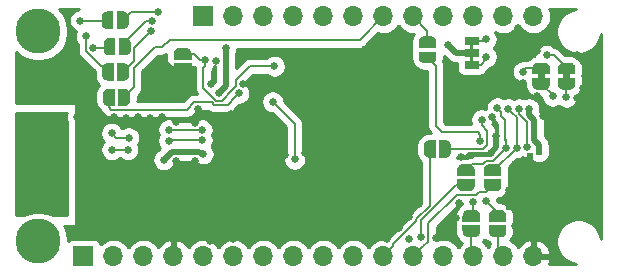
<source format=gbr>
G04 #@! TF.GenerationSoftware,KiCad,Pcbnew,(5.1.4)-1*
G04 #@! TF.CreationDate,2020-01-31T22:29:49-05:00*
G04 #@! TF.ProjectId,Feather-NEO-M9N-GPS,46656174-6865-4722-9d4e-454f2d4d394e,rev?*
G04 #@! TF.SameCoordinates,Original*
G04 #@! TF.FileFunction,Copper,L2,Bot*
G04 #@! TF.FilePolarity,Positive*
%FSLAX46Y46*%
G04 Gerber Fmt 4.6, Leading zero omitted, Abs format (unit mm)*
G04 Created by KiCad (PCBNEW (5.1.4)-1) date 2020-01-31 22:29:49*
%MOMM*%
%LPD*%
G04 APERTURE LIST*
%ADD10C,0.100000*%
%ADD11C,0.500000*%
%ADD12O,1.700000X1.700000*%
%ADD13R,1.700000X1.700000*%
%ADD14R,1.270000X0.635000*%
%ADD15C,3.800000*%
%ADD16C,0.660400*%
%ADD17C,0.609600*%
%ADD18C,0.152400*%
%ADD19C,0.508000*%
%ADD20C,0.381000*%
%ADD21C,0.254000*%
G04 APERTURE END LIST*
D10*
G36*
X167995600Y-78130400D02*
G01*
X167995600Y-78536800D01*
X167741600Y-78536800D01*
X167741600Y-78130400D01*
X167995600Y-78130400D01*
G37*
G36*
X167995600Y-79146400D02*
G01*
X167995600Y-79552800D01*
X167741600Y-79552800D01*
X167741600Y-79146400D01*
X167995600Y-79146400D01*
G37*
G36*
X174046160Y-80572800D02*
G01*
X174046160Y-81072800D01*
X173446160Y-81072800D01*
X173446160Y-80572800D01*
X174046160Y-80572800D01*
G37*
G36*
X176195000Y-80572800D02*
G01*
X176195000Y-81072800D01*
X175595000Y-81072800D01*
X175595000Y-80572800D01*
X176195000Y-80572800D01*
G37*
D11*
X165610300Y-86982300D03*
D10*
G36*
X165610300Y-86232902D02*
G01*
X165634834Y-86232902D01*
X165683665Y-86237712D01*
X165731790Y-86247284D01*
X165778745Y-86261528D01*
X165824078Y-86280305D01*
X165867351Y-86303436D01*
X165908150Y-86330696D01*
X165946079Y-86361824D01*
X165980776Y-86396521D01*
X166011904Y-86434450D01*
X166039164Y-86475249D01*
X166062295Y-86518522D01*
X166081072Y-86563855D01*
X166095316Y-86610810D01*
X166104888Y-86658935D01*
X166109698Y-86707766D01*
X166109698Y-86732300D01*
X166110300Y-86732300D01*
X166110300Y-87232300D01*
X166109698Y-87232300D01*
X166109698Y-87256834D01*
X166104888Y-87305665D01*
X166095316Y-87353790D01*
X166081072Y-87400745D01*
X166062295Y-87446078D01*
X166039164Y-87489351D01*
X166011904Y-87530150D01*
X165980776Y-87568079D01*
X165946079Y-87602776D01*
X165908150Y-87633904D01*
X165867351Y-87661164D01*
X165824078Y-87684295D01*
X165778745Y-87703072D01*
X165731790Y-87717316D01*
X165683665Y-87726888D01*
X165634834Y-87731698D01*
X165610300Y-87731698D01*
X165610300Y-87732300D01*
X165110300Y-87732300D01*
X165110300Y-86232300D01*
X165610300Y-86232300D01*
X165610300Y-86232902D01*
X165610300Y-86232902D01*
G37*
D11*
X164310300Y-86982300D03*
D10*
G36*
X164810300Y-87732300D02*
G01*
X164310300Y-87732300D01*
X164310300Y-87731698D01*
X164285766Y-87731698D01*
X164236935Y-87726888D01*
X164188810Y-87717316D01*
X164141855Y-87703072D01*
X164096522Y-87684295D01*
X164053249Y-87661164D01*
X164012450Y-87633904D01*
X163974521Y-87602776D01*
X163939824Y-87568079D01*
X163908696Y-87530150D01*
X163881436Y-87489351D01*
X163858305Y-87446078D01*
X163839528Y-87400745D01*
X163825284Y-87353790D01*
X163815712Y-87305665D01*
X163810902Y-87256834D01*
X163810902Y-87232300D01*
X163810300Y-87232300D01*
X163810300Y-86732300D01*
X163810902Y-86732300D01*
X163810902Y-86707766D01*
X163815712Y-86658935D01*
X163825284Y-86610810D01*
X163839528Y-86563855D01*
X163858305Y-86518522D01*
X163881436Y-86475249D01*
X163908696Y-86434450D01*
X163939824Y-86396521D01*
X163974521Y-86361824D01*
X164012450Y-86330696D01*
X164053249Y-86303436D01*
X164096522Y-86280305D01*
X164141855Y-86261528D01*
X164188810Y-86247284D01*
X164236935Y-86237712D01*
X164285766Y-86232902D01*
X164310300Y-86232902D01*
X164310300Y-86232300D01*
X164810300Y-86232300D01*
X164810300Y-87732300D01*
X164810300Y-87732300D01*
G37*
D11*
X164122100Y-79237600D03*
D10*
G36*
X164871498Y-79237600D02*
G01*
X164871498Y-79262134D01*
X164866688Y-79310965D01*
X164857116Y-79359090D01*
X164842872Y-79406045D01*
X164824095Y-79451378D01*
X164800964Y-79494651D01*
X164773704Y-79535450D01*
X164742576Y-79573379D01*
X164707879Y-79608076D01*
X164669950Y-79639204D01*
X164629151Y-79666464D01*
X164585878Y-79689595D01*
X164540545Y-79708372D01*
X164493590Y-79722616D01*
X164445465Y-79732188D01*
X164396634Y-79736998D01*
X164372100Y-79736998D01*
X164372100Y-79737600D01*
X163872100Y-79737600D01*
X163872100Y-79736998D01*
X163847566Y-79736998D01*
X163798735Y-79732188D01*
X163750610Y-79722616D01*
X163703655Y-79708372D01*
X163658322Y-79689595D01*
X163615049Y-79666464D01*
X163574250Y-79639204D01*
X163536321Y-79608076D01*
X163501624Y-79573379D01*
X163470496Y-79535450D01*
X163443236Y-79494651D01*
X163420105Y-79451378D01*
X163401328Y-79406045D01*
X163387084Y-79359090D01*
X163377512Y-79310965D01*
X163372702Y-79262134D01*
X163372702Y-79237600D01*
X163372100Y-79237600D01*
X163372100Y-78737600D01*
X164872100Y-78737600D01*
X164872100Y-79237600D01*
X164871498Y-79237600D01*
X164871498Y-79237600D01*
G37*
D11*
X164122100Y-77937600D03*
D10*
G36*
X163372100Y-78437600D02*
G01*
X163372100Y-77937600D01*
X163372702Y-77937600D01*
X163372702Y-77913066D01*
X163377512Y-77864235D01*
X163387084Y-77816110D01*
X163401328Y-77769155D01*
X163420105Y-77723822D01*
X163443236Y-77680549D01*
X163470496Y-77639750D01*
X163501624Y-77601821D01*
X163536321Y-77567124D01*
X163574250Y-77535996D01*
X163615049Y-77508736D01*
X163658322Y-77485605D01*
X163703655Y-77466828D01*
X163750610Y-77452584D01*
X163798735Y-77443012D01*
X163847566Y-77438202D01*
X163872100Y-77438202D01*
X163872100Y-77437600D01*
X164372100Y-77437600D01*
X164372100Y-77438202D01*
X164396634Y-77438202D01*
X164445465Y-77443012D01*
X164493590Y-77452584D01*
X164540545Y-77466828D01*
X164585878Y-77485605D01*
X164629151Y-77508736D01*
X164669950Y-77535996D01*
X164707879Y-77567124D01*
X164742576Y-77601821D01*
X164773704Y-77639750D01*
X164800964Y-77680549D01*
X164824095Y-77723822D01*
X164842872Y-77769155D01*
X164857116Y-77816110D01*
X164866688Y-77864235D01*
X164871498Y-77913066D01*
X164871498Y-77937600D01*
X164872100Y-77937600D01*
X164872100Y-78437600D01*
X163372100Y-78437600D01*
X163372100Y-78437600D01*
G37*
D11*
X143395700Y-80228200D03*
D10*
G36*
X144145098Y-80228200D02*
G01*
X144145098Y-80252734D01*
X144140288Y-80301565D01*
X144130716Y-80349690D01*
X144116472Y-80396645D01*
X144097695Y-80441978D01*
X144074564Y-80485251D01*
X144047304Y-80526050D01*
X144016176Y-80563979D01*
X143981479Y-80598676D01*
X143943550Y-80629804D01*
X143902751Y-80657064D01*
X143859478Y-80680195D01*
X143814145Y-80698972D01*
X143767190Y-80713216D01*
X143719065Y-80722788D01*
X143670234Y-80727598D01*
X143645700Y-80727598D01*
X143645700Y-80728200D01*
X143145700Y-80728200D01*
X143145700Y-80727598D01*
X143121166Y-80727598D01*
X143072335Y-80722788D01*
X143024210Y-80713216D01*
X142977255Y-80698972D01*
X142931922Y-80680195D01*
X142888649Y-80657064D01*
X142847850Y-80629804D01*
X142809921Y-80598676D01*
X142775224Y-80563979D01*
X142744096Y-80526050D01*
X142716836Y-80485251D01*
X142693705Y-80441978D01*
X142674928Y-80396645D01*
X142660684Y-80349690D01*
X142651112Y-80301565D01*
X142646302Y-80252734D01*
X142646302Y-80228200D01*
X142645700Y-80228200D01*
X142645700Y-79728200D01*
X144145700Y-79728200D01*
X144145700Y-80228200D01*
X144145098Y-80228200D01*
X144145098Y-80228200D01*
G37*
D11*
X143395700Y-78928200D03*
D10*
G36*
X142645700Y-79428200D02*
G01*
X142645700Y-78928200D01*
X142646302Y-78928200D01*
X142646302Y-78903666D01*
X142651112Y-78854835D01*
X142660684Y-78806710D01*
X142674928Y-78759755D01*
X142693705Y-78714422D01*
X142716836Y-78671149D01*
X142744096Y-78630350D01*
X142775224Y-78592421D01*
X142809921Y-78557724D01*
X142847850Y-78526596D01*
X142888649Y-78499336D01*
X142931922Y-78476205D01*
X142977255Y-78457428D01*
X143024210Y-78443184D01*
X143072335Y-78433612D01*
X143121166Y-78428802D01*
X143145700Y-78428802D01*
X143145700Y-78428200D01*
X143645700Y-78428200D01*
X143645700Y-78428802D01*
X143670234Y-78428802D01*
X143719065Y-78433612D01*
X143767190Y-78443184D01*
X143814145Y-78457428D01*
X143859478Y-78476205D01*
X143902751Y-78499336D01*
X143943550Y-78526596D01*
X143981479Y-78557724D01*
X144016176Y-78592421D01*
X144047304Y-78630350D01*
X144074564Y-78671149D01*
X144097695Y-78714422D01*
X144116472Y-78759755D01*
X144130716Y-78806710D01*
X144140288Y-78854835D01*
X144145098Y-78903666D01*
X144145098Y-78928200D01*
X144145700Y-78928200D01*
X144145700Y-79428200D01*
X142645700Y-79428200D01*
X142645700Y-79428200D01*
G37*
D11*
X169633900Y-90070700D03*
D10*
G36*
X170383298Y-90070700D02*
G01*
X170383298Y-90095234D01*
X170378488Y-90144065D01*
X170368916Y-90192190D01*
X170354672Y-90239145D01*
X170335895Y-90284478D01*
X170312764Y-90327751D01*
X170285504Y-90368550D01*
X170254376Y-90406479D01*
X170219679Y-90441176D01*
X170181750Y-90472304D01*
X170140951Y-90499564D01*
X170097678Y-90522695D01*
X170052345Y-90541472D01*
X170005390Y-90555716D01*
X169957265Y-90565288D01*
X169908434Y-90570098D01*
X169883900Y-90570098D01*
X169883900Y-90570700D01*
X169383900Y-90570700D01*
X169383900Y-90570098D01*
X169359366Y-90570098D01*
X169310535Y-90565288D01*
X169262410Y-90555716D01*
X169215455Y-90541472D01*
X169170122Y-90522695D01*
X169126849Y-90499564D01*
X169086050Y-90472304D01*
X169048121Y-90441176D01*
X169013424Y-90406479D01*
X168982296Y-90368550D01*
X168955036Y-90327751D01*
X168931905Y-90284478D01*
X168913128Y-90239145D01*
X168898884Y-90192190D01*
X168889312Y-90144065D01*
X168884502Y-90095234D01*
X168884502Y-90070700D01*
X168883900Y-90070700D01*
X168883900Y-89570700D01*
X170383900Y-89570700D01*
X170383900Y-90070700D01*
X170383298Y-90070700D01*
X170383298Y-90070700D01*
G37*
D11*
X169633900Y-88770700D03*
D10*
G36*
X168883900Y-89270700D02*
G01*
X168883900Y-88770700D01*
X168884502Y-88770700D01*
X168884502Y-88746166D01*
X168889312Y-88697335D01*
X168898884Y-88649210D01*
X168913128Y-88602255D01*
X168931905Y-88556922D01*
X168955036Y-88513649D01*
X168982296Y-88472850D01*
X169013424Y-88434921D01*
X169048121Y-88400224D01*
X169086050Y-88369096D01*
X169126849Y-88341836D01*
X169170122Y-88318705D01*
X169215455Y-88299928D01*
X169262410Y-88285684D01*
X169310535Y-88276112D01*
X169359366Y-88271302D01*
X169383900Y-88271302D01*
X169383900Y-88270700D01*
X169883900Y-88270700D01*
X169883900Y-88271302D01*
X169908434Y-88271302D01*
X169957265Y-88276112D01*
X170005390Y-88285684D01*
X170052345Y-88299928D01*
X170097678Y-88318705D01*
X170140951Y-88341836D01*
X170181750Y-88369096D01*
X170219679Y-88400224D01*
X170254376Y-88434921D01*
X170285504Y-88472850D01*
X170312764Y-88513649D01*
X170335895Y-88556922D01*
X170354672Y-88602255D01*
X170368916Y-88649210D01*
X170378488Y-88697335D01*
X170383298Y-88746166D01*
X170383298Y-88770700D01*
X170383900Y-88770700D01*
X170383900Y-89270700D01*
X168883900Y-89270700D01*
X168883900Y-89270700D01*
G37*
D11*
X167373300Y-88770700D03*
D10*
G36*
X166623902Y-88770700D02*
G01*
X166623902Y-88746166D01*
X166628712Y-88697335D01*
X166638284Y-88649210D01*
X166652528Y-88602255D01*
X166671305Y-88556922D01*
X166694436Y-88513649D01*
X166721696Y-88472850D01*
X166752824Y-88434921D01*
X166787521Y-88400224D01*
X166825450Y-88369096D01*
X166866249Y-88341836D01*
X166909522Y-88318705D01*
X166954855Y-88299928D01*
X167001810Y-88285684D01*
X167049935Y-88276112D01*
X167098766Y-88271302D01*
X167123300Y-88271302D01*
X167123300Y-88270700D01*
X167623300Y-88270700D01*
X167623300Y-88271302D01*
X167647834Y-88271302D01*
X167696665Y-88276112D01*
X167744790Y-88285684D01*
X167791745Y-88299928D01*
X167837078Y-88318705D01*
X167880351Y-88341836D01*
X167921150Y-88369096D01*
X167959079Y-88400224D01*
X167993776Y-88434921D01*
X168024904Y-88472850D01*
X168052164Y-88513649D01*
X168075295Y-88556922D01*
X168094072Y-88602255D01*
X168108316Y-88649210D01*
X168117888Y-88697335D01*
X168122698Y-88746166D01*
X168122698Y-88770700D01*
X168123300Y-88770700D01*
X168123300Y-89270700D01*
X166623300Y-89270700D01*
X166623300Y-88770700D01*
X166623902Y-88770700D01*
X166623902Y-88770700D01*
G37*
D11*
X167373300Y-90070700D03*
D10*
G36*
X168123300Y-89570700D02*
G01*
X168123300Y-90070700D01*
X168122698Y-90070700D01*
X168122698Y-90095234D01*
X168117888Y-90144065D01*
X168108316Y-90192190D01*
X168094072Y-90239145D01*
X168075295Y-90284478D01*
X168052164Y-90327751D01*
X168024904Y-90368550D01*
X167993776Y-90406479D01*
X167959079Y-90441176D01*
X167921150Y-90472304D01*
X167880351Y-90499564D01*
X167837078Y-90522695D01*
X167791745Y-90541472D01*
X167744790Y-90555716D01*
X167696665Y-90565288D01*
X167647834Y-90570098D01*
X167623300Y-90570098D01*
X167623300Y-90570700D01*
X167123300Y-90570700D01*
X167123300Y-90570098D01*
X167098766Y-90570098D01*
X167049935Y-90565288D01*
X167001810Y-90555716D01*
X166954855Y-90541472D01*
X166909522Y-90522695D01*
X166866249Y-90499564D01*
X166825450Y-90472304D01*
X166787521Y-90441176D01*
X166752824Y-90406479D01*
X166721696Y-90368550D01*
X166694436Y-90327751D01*
X166671305Y-90284478D01*
X166652528Y-90239145D01*
X166638284Y-90192190D01*
X166628712Y-90144065D01*
X166623902Y-90095234D01*
X166623902Y-90070700D01*
X166623300Y-90070700D01*
X166623300Y-89570700D01*
X168123300Y-89570700D01*
X168123300Y-89570700D01*
G37*
D12*
X173088300Y-75768200D03*
X170548300Y-75768200D03*
X168008300Y-75768200D03*
X165468300Y-75768200D03*
X162928300Y-75768200D03*
X160388300Y-75768200D03*
X157848300Y-75768200D03*
X155308300Y-75768200D03*
X152768300Y-75768200D03*
X150228300Y-75768200D03*
X147688300Y-75768200D03*
D13*
X145148300Y-75768200D03*
D12*
X173088300Y-96088200D03*
X170548300Y-96088200D03*
X168008300Y-96088200D03*
X165468300Y-96088200D03*
X162928300Y-96088200D03*
X160388300Y-96088200D03*
X157848300Y-96088200D03*
X155308300Y-96088200D03*
X152768300Y-96088200D03*
X150228300Y-96088200D03*
X147688300Y-96088200D03*
X145148300Y-96088200D03*
X142608300Y-96088200D03*
X140068300Y-96088200D03*
X137528300Y-96088200D03*
D13*
X134988300Y-96088200D03*
D11*
X138432300Y-82626200D03*
D10*
G36*
X138432300Y-81876802D02*
G01*
X138456834Y-81876802D01*
X138505665Y-81881612D01*
X138553790Y-81891184D01*
X138600745Y-81905428D01*
X138646078Y-81924205D01*
X138689351Y-81947336D01*
X138730150Y-81974596D01*
X138768079Y-82005724D01*
X138802776Y-82040421D01*
X138833904Y-82078350D01*
X138861164Y-82119149D01*
X138884295Y-82162422D01*
X138903072Y-82207755D01*
X138917316Y-82254710D01*
X138926888Y-82302835D01*
X138931698Y-82351666D01*
X138931698Y-82376200D01*
X138932300Y-82376200D01*
X138932300Y-82876200D01*
X138931698Y-82876200D01*
X138931698Y-82900734D01*
X138926888Y-82949565D01*
X138917316Y-82997690D01*
X138903072Y-83044645D01*
X138884295Y-83089978D01*
X138861164Y-83133251D01*
X138833904Y-83174050D01*
X138802776Y-83211979D01*
X138768079Y-83246676D01*
X138730150Y-83277804D01*
X138689351Y-83305064D01*
X138646078Y-83328195D01*
X138600745Y-83346972D01*
X138553790Y-83361216D01*
X138505665Y-83370788D01*
X138456834Y-83375598D01*
X138432300Y-83375598D01*
X138432300Y-83376200D01*
X137932300Y-83376200D01*
X137932300Y-81876200D01*
X138432300Y-81876200D01*
X138432300Y-81876802D01*
X138432300Y-81876802D01*
G37*
D11*
X137132300Y-82626200D03*
D10*
G36*
X137632300Y-83376200D02*
G01*
X137132300Y-83376200D01*
X137132300Y-83375598D01*
X137107766Y-83375598D01*
X137058935Y-83370788D01*
X137010810Y-83361216D01*
X136963855Y-83346972D01*
X136918522Y-83328195D01*
X136875249Y-83305064D01*
X136834450Y-83277804D01*
X136796521Y-83246676D01*
X136761824Y-83211979D01*
X136730696Y-83174050D01*
X136703436Y-83133251D01*
X136680305Y-83089978D01*
X136661528Y-83044645D01*
X136647284Y-82997690D01*
X136637712Y-82949565D01*
X136632902Y-82900734D01*
X136632902Y-82876200D01*
X136632300Y-82876200D01*
X136632300Y-82376200D01*
X136632902Y-82376200D01*
X136632902Y-82351666D01*
X136637712Y-82302835D01*
X136647284Y-82254710D01*
X136661528Y-82207755D01*
X136680305Y-82162422D01*
X136703436Y-82119149D01*
X136730696Y-82078350D01*
X136761824Y-82040421D01*
X136796521Y-82005724D01*
X136834450Y-81974596D01*
X136875249Y-81947336D01*
X136918522Y-81924205D01*
X136963855Y-81905428D01*
X137010810Y-81891184D01*
X137058935Y-81881612D01*
X137107766Y-81876802D01*
X137132300Y-81876802D01*
X137132300Y-81876200D01*
X137632300Y-81876200D01*
X137632300Y-83376200D01*
X137632300Y-83376200D01*
G37*
D14*
X167868600Y-79857600D03*
X167868600Y-78841600D03*
X167868600Y-77825600D03*
D11*
X138366500Y-80454500D03*
D10*
G36*
X138366500Y-79705102D02*
G01*
X138391034Y-79705102D01*
X138439865Y-79709912D01*
X138487990Y-79719484D01*
X138534945Y-79733728D01*
X138580278Y-79752505D01*
X138623551Y-79775636D01*
X138664350Y-79802896D01*
X138702279Y-79834024D01*
X138736976Y-79868721D01*
X138768104Y-79906650D01*
X138795364Y-79947449D01*
X138818495Y-79990722D01*
X138837272Y-80036055D01*
X138851516Y-80083010D01*
X138861088Y-80131135D01*
X138865898Y-80179966D01*
X138865898Y-80204500D01*
X138866500Y-80204500D01*
X138866500Y-80704500D01*
X138865898Y-80704500D01*
X138865898Y-80729034D01*
X138861088Y-80777865D01*
X138851516Y-80825990D01*
X138837272Y-80872945D01*
X138818495Y-80918278D01*
X138795364Y-80961551D01*
X138768104Y-81002350D01*
X138736976Y-81040279D01*
X138702279Y-81074976D01*
X138664350Y-81106104D01*
X138623551Y-81133364D01*
X138580278Y-81156495D01*
X138534945Y-81175272D01*
X138487990Y-81189516D01*
X138439865Y-81199088D01*
X138391034Y-81203898D01*
X138366500Y-81203898D01*
X138366500Y-81204500D01*
X137866500Y-81204500D01*
X137866500Y-79704500D01*
X138366500Y-79704500D01*
X138366500Y-79705102D01*
X138366500Y-79705102D01*
G37*
D11*
X137066500Y-80454500D03*
D10*
G36*
X137566500Y-81204500D02*
G01*
X137066500Y-81204500D01*
X137066500Y-81203898D01*
X137041966Y-81203898D01*
X136993135Y-81199088D01*
X136945010Y-81189516D01*
X136898055Y-81175272D01*
X136852722Y-81156495D01*
X136809449Y-81133364D01*
X136768650Y-81106104D01*
X136730721Y-81074976D01*
X136696024Y-81040279D01*
X136664896Y-81002350D01*
X136637636Y-80961551D01*
X136614505Y-80918278D01*
X136595728Y-80872945D01*
X136581484Y-80825990D01*
X136571912Y-80777865D01*
X136567102Y-80729034D01*
X136567102Y-80704500D01*
X136566500Y-80704500D01*
X136566500Y-80204500D01*
X136567102Y-80204500D01*
X136567102Y-80179966D01*
X136571912Y-80131135D01*
X136581484Y-80083010D01*
X136595728Y-80036055D01*
X136614505Y-79990722D01*
X136637636Y-79947449D01*
X136664896Y-79906650D01*
X136696024Y-79868721D01*
X136730721Y-79834024D01*
X136768650Y-79802896D01*
X136809449Y-79775636D01*
X136852722Y-79752505D01*
X136898055Y-79733728D01*
X136945010Y-79719484D01*
X136993135Y-79709912D01*
X137041966Y-79705102D01*
X137066500Y-79705102D01*
X137066500Y-79704500D01*
X137566500Y-79704500D01*
X137566500Y-81204500D01*
X137566500Y-81204500D01*
G37*
D11*
X138495800Y-78320900D03*
D10*
G36*
X138495800Y-77571502D02*
G01*
X138520334Y-77571502D01*
X138569165Y-77576312D01*
X138617290Y-77585884D01*
X138664245Y-77600128D01*
X138709578Y-77618905D01*
X138752851Y-77642036D01*
X138793650Y-77669296D01*
X138831579Y-77700424D01*
X138866276Y-77735121D01*
X138897404Y-77773050D01*
X138924664Y-77813849D01*
X138947795Y-77857122D01*
X138966572Y-77902455D01*
X138980816Y-77949410D01*
X138990388Y-77997535D01*
X138995198Y-78046366D01*
X138995198Y-78070900D01*
X138995800Y-78070900D01*
X138995800Y-78570900D01*
X138995198Y-78570900D01*
X138995198Y-78595434D01*
X138990388Y-78644265D01*
X138980816Y-78692390D01*
X138966572Y-78739345D01*
X138947795Y-78784678D01*
X138924664Y-78827951D01*
X138897404Y-78868750D01*
X138866276Y-78906679D01*
X138831579Y-78941376D01*
X138793650Y-78972504D01*
X138752851Y-78999764D01*
X138709578Y-79022895D01*
X138664245Y-79041672D01*
X138617290Y-79055916D01*
X138569165Y-79065488D01*
X138520334Y-79070298D01*
X138495800Y-79070298D01*
X138495800Y-79070900D01*
X137995800Y-79070900D01*
X137995800Y-77570900D01*
X138495800Y-77570900D01*
X138495800Y-77571502D01*
X138495800Y-77571502D01*
G37*
D11*
X137195800Y-78320900D03*
D10*
G36*
X137695800Y-79070900D02*
G01*
X137195800Y-79070900D01*
X137195800Y-79070298D01*
X137171266Y-79070298D01*
X137122435Y-79065488D01*
X137074310Y-79055916D01*
X137027355Y-79041672D01*
X136982022Y-79022895D01*
X136938749Y-78999764D01*
X136897950Y-78972504D01*
X136860021Y-78941376D01*
X136825324Y-78906679D01*
X136794196Y-78868750D01*
X136766936Y-78827951D01*
X136743805Y-78784678D01*
X136725028Y-78739345D01*
X136710784Y-78692390D01*
X136701212Y-78644265D01*
X136696402Y-78595434D01*
X136696402Y-78570900D01*
X136695800Y-78570900D01*
X136695800Y-78070900D01*
X136696402Y-78070900D01*
X136696402Y-78046366D01*
X136701212Y-77997535D01*
X136710784Y-77949410D01*
X136725028Y-77902455D01*
X136743805Y-77857122D01*
X136766936Y-77813849D01*
X136794196Y-77773050D01*
X136825324Y-77735121D01*
X136860021Y-77700424D01*
X136897950Y-77669296D01*
X136938749Y-77642036D01*
X136982022Y-77618905D01*
X137027355Y-77600128D01*
X137074310Y-77585884D01*
X137122435Y-77576312D01*
X137171266Y-77571502D01*
X137195800Y-77571502D01*
X137195800Y-77570900D01*
X137695800Y-77570900D01*
X137695800Y-79070900D01*
X137695800Y-79070900D01*
G37*
D11*
X138330700Y-76085700D03*
D10*
G36*
X138330700Y-75336302D02*
G01*
X138355234Y-75336302D01*
X138404065Y-75341112D01*
X138452190Y-75350684D01*
X138499145Y-75364928D01*
X138544478Y-75383705D01*
X138587751Y-75406836D01*
X138628550Y-75434096D01*
X138666479Y-75465224D01*
X138701176Y-75499921D01*
X138732304Y-75537850D01*
X138759564Y-75578649D01*
X138782695Y-75621922D01*
X138801472Y-75667255D01*
X138815716Y-75714210D01*
X138825288Y-75762335D01*
X138830098Y-75811166D01*
X138830098Y-75835700D01*
X138830700Y-75835700D01*
X138830700Y-76335700D01*
X138830098Y-76335700D01*
X138830098Y-76360234D01*
X138825288Y-76409065D01*
X138815716Y-76457190D01*
X138801472Y-76504145D01*
X138782695Y-76549478D01*
X138759564Y-76592751D01*
X138732304Y-76633550D01*
X138701176Y-76671479D01*
X138666479Y-76706176D01*
X138628550Y-76737304D01*
X138587751Y-76764564D01*
X138544478Y-76787695D01*
X138499145Y-76806472D01*
X138452190Y-76820716D01*
X138404065Y-76830288D01*
X138355234Y-76835098D01*
X138330700Y-76835098D01*
X138330700Y-76835700D01*
X137830700Y-76835700D01*
X137830700Y-75335700D01*
X138330700Y-75335700D01*
X138330700Y-75336302D01*
X138330700Y-75336302D01*
G37*
D11*
X137030700Y-76085700D03*
D10*
G36*
X137530700Y-76835700D02*
G01*
X137030700Y-76835700D01*
X137030700Y-76835098D01*
X137006166Y-76835098D01*
X136957335Y-76830288D01*
X136909210Y-76820716D01*
X136862255Y-76806472D01*
X136816922Y-76787695D01*
X136773649Y-76764564D01*
X136732850Y-76737304D01*
X136694921Y-76706176D01*
X136660224Y-76671479D01*
X136629096Y-76633550D01*
X136601836Y-76592751D01*
X136578705Y-76549478D01*
X136559928Y-76504145D01*
X136545684Y-76457190D01*
X136536112Y-76409065D01*
X136531302Y-76360234D01*
X136531302Y-76335700D01*
X136530700Y-76335700D01*
X136530700Y-75835700D01*
X136531302Y-75835700D01*
X136531302Y-75811166D01*
X136536112Y-75762335D01*
X136545684Y-75714210D01*
X136559928Y-75667255D01*
X136578705Y-75621922D01*
X136601836Y-75578649D01*
X136629096Y-75537850D01*
X136660224Y-75499921D01*
X136694921Y-75465224D01*
X136732850Y-75434096D01*
X136773649Y-75406836D01*
X136816922Y-75383705D01*
X136862255Y-75364928D01*
X136909210Y-75350684D01*
X136957335Y-75341112D01*
X137006166Y-75336302D01*
X137030700Y-75336302D01*
X137030700Y-75335700D01*
X137530700Y-75335700D01*
X137530700Y-76835700D01*
X137530700Y-76835700D01*
G37*
D11*
X167835580Y-92644200D03*
D10*
G36*
X167086182Y-92644200D02*
G01*
X167086182Y-92619666D01*
X167090992Y-92570835D01*
X167100564Y-92522710D01*
X167114808Y-92475755D01*
X167133585Y-92430422D01*
X167156716Y-92387149D01*
X167183976Y-92346350D01*
X167215104Y-92308421D01*
X167249801Y-92273724D01*
X167287730Y-92242596D01*
X167328529Y-92215336D01*
X167371802Y-92192205D01*
X167417135Y-92173428D01*
X167464090Y-92159184D01*
X167512215Y-92149612D01*
X167561046Y-92144802D01*
X167585580Y-92144802D01*
X167585580Y-92144200D01*
X168085580Y-92144200D01*
X168085580Y-92144802D01*
X168110114Y-92144802D01*
X168158945Y-92149612D01*
X168207070Y-92159184D01*
X168254025Y-92173428D01*
X168299358Y-92192205D01*
X168342631Y-92215336D01*
X168383430Y-92242596D01*
X168421359Y-92273724D01*
X168456056Y-92308421D01*
X168487184Y-92346350D01*
X168514444Y-92387149D01*
X168537575Y-92430422D01*
X168556352Y-92475755D01*
X168570596Y-92522710D01*
X168580168Y-92570835D01*
X168584978Y-92619666D01*
X168584978Y-92644200D01*
X168585580Y-92644200D01*
X168585580Y-93144200D01*
X167085580Y-93144200D01*
X167085580Y-92644200D01*
X167086182Y-92644200D01*
X167086182Y-92644200D01*
G37*
D11*
X167835580Y-93944200D03*
D10*
G36*
X168585580Y-93444200D02*
G01*
X168585580Y-93944200D01*
X168584978Y-93944200D01*
X168584978Y-93968734D01*
X168580168Y-94017565D01*
X168570596Y-94065690D01*
X168556352Y-94112645D01*
X168537575Y-94157978D01*
X168514444Y-94201251D01*
X168487184Y-94242050D01*
X168456056Y-94279979D01*
X168421359Y-94314676D01*
X168383430Y-94345804D01*
X168342631Y-94373064D01*
X168299358Y-94396195D01*
X168254025Y-94414972D01*
X168207070Y-94429216D01*
X168158945Y-94438788D01*
X168110114Y-94443598D01*
X168085580Y-94443598D01*
X168085580Y-94444200D01*
X167585580Y-94444200D01*
X167585580Y-94443598D01*
X167561046Y-94443598D01*
X167512215Y-94438788D01*
X167464090Y-94429216D01*
X167417135Y-94414972D01*
X167371802Y-94396195D01*
X167328529Y-94373064D01*
X167287730Y-94345804D01*
X167249801Y-94314676D01*
X167215104Y-94279979D01*
X167183976Y-94242050D01*
X167156716Y-94201251D01*
X167133585Y-94157978D01*
X167114808Y-94112645D01*
X167100564Y-94065690D01*
X167090992Y-94017565D01*
X167086182Y-93968734D01*
X167086182Y-93944200D01*
X167085580Y-93944200D01*
X167085580Y-93444200D01*
X168585580Y-93444200D01*
X168585580Y-93444200D01*
G37*
D11*
X170055540Y-93949280D03*
D10*
G36*
X170804938Y-93949280D02*
G01*
X170804938Y-93973814D01*
X170800128Y-94022645D01*
X170790556Y-94070770D01*
X170776312Y-94117725D01*
X170757535Y-94163058D01*
X170734404Y-94206331D01*
X170707144Y-94247130D01*
X170676016Y-94285059D01*
X170641319Y-94319756D01*
X170603390Y-94350884D01*
X170562591Y-94378144D01*
X170519318Y-94401275D01*
X170473985Y-94420052D01*
X170427030Y-94434296D01*
X170378905Y-94443868D01*
X170330074Y-94448678D01*
X170305540Y-94448678D01*
X170305540Y-94449280D01*
X169805540Y-94449280D01*
X169805540Y-94448678D01*
X169781006Y-94448678D01*
X169732175Y-94443868D01*
X169684050Y-94434296D01*
X169637095Y-94420052D01*
X169591762Y-94401275D01*
X169548489Y-94378144D01*
X169507690Y-94350884D01*
X169469761Y-94319756D01*
X169435064Y-94285059D01*
X169403936Y-94247130D01*
X169376676Y-94206331D01*
X169353545Y-94163058D01*
X169334768Y-94117725D01*
X169320524Y-94070770D01*
X169310952Y-94022645D01*
X169306142Y-93973814D01*
X169306142Y-93949280D01*
X169305540Y-93949280D01*
X169305540Y-93449280D01*
X170805540Y-93449280D01*
X170805540Y-93949280D01*
X170804938Y-93949280D01*
X170804938Y-93949280D01*
G37*
D11*
X170055540Y-92649280D03*
D10*
G36*
X169305540Y-93149280D02*
G01*
X169305540Y-92649280D01*
X169306142Y-92649280D01*
X169306142Y-92624746D01*
X169310952Y-92575915D01*
X169320524Y-92527790D01*
X169334768Y-92480835D01*
X169353545Y-92435502D01*
X169376676Y-92392229D01*
X169403936Y-92351430D01*
X169435064Y-92313501D01*
X169469761Y-92278804D01*
X169507690Y-92247676D01*
X169548489Y-92220416D01*
X169591762Y-92197285D01*
X169637095Y-92178508D01*
X169684050Y-92164264D01*
X169732175Y-92154692D01*
X169781006Y-92149882D01*
X169805540Y-92149882D01*
X169805540Y-92149280D01*
X170305540Y-92149280D01*
X170305540Y-92149882D01*
X170330074Y-92149882D01*
X170378905Y-92154692D01*
X170427030Y-92164264D01*
X170473985Y-92178508D01*
X170519318Y-92197285D01*
X170562591Y-92220416D01*
X170603390Y-92247676D01*
X170641319Y-92278804D01*
X170676016Y-92313501D01*
X170707144Y-92351430D01*
X170734404Y-92392229D01*
X170757535Y-92435502D01*
X170776312Y-92480835D01*
X170790556Y-92527790D01*
X170800128Y-92575915D01*
X170804938Y-92624746D01*
X170804938Y-92649280D01*
X170805540Y-92649280D01*
X170805540Y-93149280D01*
X169305540Y-93149280D01*
X169305540Y-93149280D01*
G37*
D11*
X173746160Y-81472800D03*
D10*
G36*
X174496160Y-80972800D02*
G01*
X174496160Y-81472800D01*
X174495558Y-81472800D01*
X174495558Y-81497334D01*
X174490748Y-81546165D01*
X174481176Y-81594290D01*
X174466932Y-81641245D01*
X174448155Y-81686578D01*
X174425024Y-81729851D01*
X174397764Y-81770650D01*
X174366636Y-81808579D01*
X174331939Y-81843276D01*
X174294010Y-81874404D01*
X174253211Y-81901664D01*
X174209938Y-81924795D01*
X174164605Y-81943572D01*
X174117650Y-81957816D01*
X174069525Y-81967388D01*
X174020694Y-81972198D01*
X173996160Y-81972198D01*
X173996160Y-81972800D01*
X173496160Y-81972800D01*
X173496160Y-81972198D01*
X173471626Y-81972198D01*
X173422795Y-81967388D01*
X173374670Y-81957816D01*
X173327715Y-81943572D01*
X173282382Y-81924795D01*
X173239109Y-81901664D01*
X173198310Y-81874404D01*
X173160381Y-81843276D01*
X173125684Y-81808579D01*
X173094556Y-81770650D01*
X173067296Y-81729851D01*
X173044165Y-81686578D01*
X173025388Y-81641245D01*
X173011144Y-81594290D01*
X173001572Y-81546165D01*
X172996762Y-81497334D01*
X172996762Y-81472800D01*
X172996160Y-81472800D01*
X172996160Y-80972800D01*
X174496160Y-80972800D01*
X174496160Y-80972800D01*
G37*
D11*
X173746160Y-80172800D03*
D10*
G36*
X172996762Y-80172800D02*
G01*
X172996762Y-80148266D01*
X173001572Y-80099435D01*
X173011144Y-80051310D01*
X173025388Y-80004355D01*
X173044165Y-79959022D01*
X173067296Y-79915749D01*
X173094556Y-79874950D01*
X173125684Y-79837021D01*
X173160381Y-79802324D01*
X173198310Y-79771196D01*
X173239109Y-79743936D01*
X173282382Y-79720805D01*
X173327715Y-79702028D01*
X173374670Y-79687784D01*
X173422795Y-79678212D01*
X173471626Y-79673402D01*
X173496160Y-79673402D01*
X173496160Y-79672800D01*
X173996160Y-79672800D01*
X173996160Y-79673402D01*
X174020694Y-79673402D01*
X174069525Y-79678212D01*
X174117650Y-79687784D01*
X174164605Y-79702028D01*
X174209938Y-79720805D01*
X174253211Y-79743936D01*
X174294010Y-79771196D01*
X174331939Y-79802324D01*
X174366636Y-79837021D01*
X174397764Y-79874950D01*
X174425024Y-79915749D01*
X174448155Y-79959022D01*
X174466932Y-80004355D01*
X174481176Y-80051310D01*
X174490748Y-80099435D01*
X174495558Y-80148266D01*
X174495558Y-80172800D01*
X174496160Y-80172800D01*
X174496160Y-80672800D01*
X172996160Y-80672800D01*
X172996160Y-80172800D01*
X172996762Y-80172800D01*
X172996762Y-80172800D01*
G37*
D11*
X175895000Y-81472800D03*
D10*
G36*
X176645000Y-80972800D02*
G01*
X176645000Y-81472800D01*
X176644398Y-81472800D01*
X176644398Y-81497334D01*
X176639588Y-81546165D01*
X176630016Y-81594290D01*
X176615772Y-81641245D01*
X176596995Y-81686578D01*
X176573864Y-81729851D01*
X176546604Y-81770650D01*
X176515476Y-81808579D01*
X176480779Y-81843276D01*
X176442850Y-81874404D01*
X176402051Y-81901664D01*
X176358778Y-81924795D01*
X176313445Y-81943572D01*
X176266490Y-81957816D01*
X176218365Y-81967388D01*
X176169534Y-81972198D01*
X176145000Y-81972198D01*
X176145000Y-81972800D01*
X175645000Y-81972800D01*
X175645000Y-81972198D01*
X175620466Y-81972198D01*
X175571635Y-81967388D01*
X175523510Y-81957816D01*
X175476555Y-81943572D01*
X175431222Y-81924795D01*
X175387949Y-81901664D01*
X175347150Y-81874404D01*
X175309221Y-81843276D01*
X175274524Y-81808579D01*
X175243396Y-81770650D01*
X175216136Y-81729851D01*
X175193005Y-81686578D01*
X175174228Y-81641245D01*
X175159984Y-81594290D01*
X175150412Y-81546165D01*
X175145602Y-81497334D01*
X175145602Y-81472800D01*
X175145000Y-81472800D01*
X175145000Y-80972800D01*
X176645000Y-80972800D01*
X176645000Y-80972800D01*
G37*
D11*
X175895000Y-80172800D03*
D10*
G36*
X175145602Y-80172800D02*
G01*
X175145602Y-80148266D01*
X175150412Y-80099435D01*
X175159984Y-80051310D01*
X175174228Y-80004355D01*
X175193005Y-79959022D01*
X175216136Y-79915749D01*
X175243396Y-79874950D01*
X175274524Y-79837021D01*
X175309221Y-79802324D01*
X175347150Y-79771196D01*
X175387949Y-79743936D01*
X175431222Y-79720805D01*
X175476555Y-79702028D01*
X175523510Y-79687784D01*
X175571635Y-79678212D01*
X175620466Y-79673402D01*
X175645000Y-79673402D01*
X175645000Y-79672800D01*
X176145000Y-79672800D01*
X176145000Y-79673402D01*
X176169534Y-79673402D01*
X176218365Y-79678212D01*
X176266490Y-79687784D01*
X176313445Y-79702028D01*
X176358778Y-79720805D01*
X176402051Y-79743936D01*
X176442850Y-79771196D01*
X176480779Y-79802324D01*
X176515476Y-79837021D01*
X176546604Y-79874950D01*
X176573864Y-79915749D01*
X176596995Y-79959022D01*
X176615772Y-80004355D01*
X176630016Y-80051310D01*
X176639588Y-80099435D01*
X176644398Y-80148266D01*
X176644398Y-80172800D01*
X176645000Y-80172800D01*
X176645000Y-80672800D01*
X175145000Y-80672800D01*
X175145000Y-80172800D01*
X175145602Y-80172800D01*
X175145602Y-80172800D01*
G37*
D15*
X131178300Y-94818200D03*
X131178300Y-77038200D03*
D16*
X174205900Y-79070200D03*
X140690600Y-77012800D03*
X140766800Y-76136500D03*
X141312900Y-75425300D03*
X146075400Y-89712800D03*
X145249900Y-89712800D03*
X144424400Y-89712800D03*
X144487900Y-90474800D03*
X144487900Y-91173300D03*
X144487900Y-91998800D03*
X144487900Y-92824300D03*
X144487900Y-93649800D03*
X144551400Y-94538800D03*
X154406600Y-91008200D03*
X154406600Y-91821000D03*
X154406600Y-92633800D03*
X154406600Y-93446600D03*
X154406600Y-94259400D03*
X150876000Y-93472000D03*
X150164800Y-93472000D03*
X149453600Y-93472000D03*
X148742400Y-93472000D03*
X148031200Y-93472000D03*
X148386800Y-94208600D03*
X148615400Y-91008200D03*
X147878800Y-91008200D03*
X147701000Y-90068400D03*
X146837400Y-89687400D03*
X154406600Y-90195400D03*
X154406600Y-89382600D03*
X154406600Y-88569800D03*
X154406600Y-87757000D03*
X147345400Y-89077800D03*
X147218400Y-88112600D03*
X147396200Y-86537800D03*
X148132800Y-86207600D03*
X149021800Y-86207600D03*
X173098460Y-89781380D03*
X142839440Y-84739480D03*
X142844520Y-88000000D03*
X144434560Y-84754720D03*
X144434560Y-88000000D03*
X145308320Y-92227400D03*
X146171920Y-92227400D03*
X178567080Y-78430120D03*
X177434240Y-80787240D03*
X178577240Y-89519760D03*
X178536600Y-87122000D03*
X153710640Y-87325200D03*
X154940000Y-79375000D03*
X156845000Y-79375000D03*
X158750000Y-79375000D03*
X160655000Y-79375000D03*
X162560000Y-79375000D03*
X154940000Y-81280000D03*
X156845000Y-81280000D03*
X158750000Y-81280000D03*
X160655000Y-81280000D03*
X162560000Y-81280000D03*
X154940000Y-83185000D03*
X154940000Y-85090000D03*
X156845000Y-85090000D03*
X156845000Y-83185000D03*
X158750000Y-83185000D03*
X158750000Y-85090000D03*
X160655000Y-85090000D03*
X160655000Y-83185000D03*
X162560000Y-83185000D03*
X162560000Y-85090000D03*
X154940000Y-86995000D03*
X156845000Y-86995000D03*
X158750000Y-86995000D03*
X160655000Y-86995000D03*
X162560000Y-86995000D03*
X162560000Y-88900000D03*
X160655000Y-88900000D03*
X158750000Y-88900000D03*
X156845000Y-88900000D03*
X156845000Y-90805000D03*
X158750000Y-90805000D03*
X160655000Y-90805000D03*
X162560000Y-90805000D03*
X162560000Y-92710000D03*
X160655000Y-92710000D03*
X158750000Y-92710000D03*
X156845000Y-92710000D03*
X156845000Y-94615000D03*
X158750000Y-94615000D03*
X160655000Y-94615000D03*
X162560000Y-94615000D03*
X155194000Y-90932000D03*
X155194000Y-92710000D03*
X152019000Y-87503000D03*
X164846000Y-94488000D03*
X151511000Y-94869000D03*
X134886700Y-86233000D03*
X135039100Y-88988900D03*
X144653000Y-83642200D03*
X136118600Y-87274400D03*
X135521700Y-88226900D03*
X138785600Y-88239600D03*
X137401300Y-88252300D03*
X136690100Y-87947500D03*
X134480300Y-84277200D03*
X135470900Y-84264500D03*
X136385300Y-84289900D03*
X137541000Y-84289900D03*
X138607800Y-84353400D03*
X139636500Y-84277200D03*
X140601700Y-84366100D03*
X141630400Y-84289900D03*
X139766040Y-88000840D03*
X145206720Y-88691720D03*
X166385240Y-94604840D03*
X166542720Y-92816680D03*
X171643040Y-94706440D03*
X169204640Y-95016320D03*
X166771320Y-91572080D03*
X171500800Y-93472000D03*
X173969680Y-77282040D03*
X151297640Y-94132400D03*
X136489440Y-89225120D03*
X139379960Y-89235280D03*
X133858000Y-78803500D03*
X171818300Y-76720700D03*
X169926000Y-85928200D03*
D17*
X174739300Y-85864700D03*
X172770800Y-87604600D03*
D16*
X171538900Y-88226900D03*
D17*
X171030900Y-91897200D03*
D16*
X171005500Y-90449400D03*
X176352200Y-87223600D03*
X173875700Y-84226400D03*
X169583100Y-84264500D03*
X172237400Y-81368900D03*
X173875700Y-83337400D03*
X173399450Y-82530950D03*
X175488600Y-85178900D03*
X176225200Y-84429600D03*
X176618900Y-83578700D03*
X176796700Y-82677000D03*
X173355000Y-78663800D03*
X177507900Y-79883000D03*
X176809400Y-79019400D03*
X177292000Y-81813400D03*
X174879000Y-86779100D03*
X174853600Y-87833200D03*
X174625000Y-88785700D03*
X174066200Y-89458800D03*
X178396900Y-83096100D03*
X177393600Y-85153500D03*
X176415700Y-89306400D03*
X129768600Y-79832200D03*
X132740400Y-79819500D03*
X129768600Y-82651600D03*
X132778500Y-82689700D03*
X133464300Y-81648300D03*
X169976800Y-82156300D03*
X168922700Y-81902300D03*
X166738300Y-81788000D03*
X167830500Y-81788000D03*
X148209000Y-79286100D03*
X145757900Y-81457800D03*
X148513800Y-81445100D03*
X143954500Y-81470500D03*
X146278600Y-85204300D03*
X145681700Y-94805500D03*
X146545300Y-94843600D03*
X147675600Y-94615000D03*
X152349200Y-94386400D03*
X153225500Y-94411800D03*
X149872700Y-86207600D03*
X151536400Y-86791800D03*
X150837900Y-86271100D03*
X147497800Y-87337900D03*
X147497800Y-84010500D03*
X151155400Y-91122500D03*
X138526000Y-91382100D03*
X146240500Y-79514700D03*
X169481500Y-87287100D03*
X163423600Y-88252300D03*
X163360100Y-90004900D03*
X163385500Y-91681300D03*
X161709100Y-93675200D03*
X166966900Y-87680800D03*
X165819651Y-78147349D03*
X172720000Y-83566000D03*
D17*
X173570900Y-87261700D03*
D16*
X147053300Y-78460600D03*
X146456400Y-82232500D03*
X142201900Y-86271100D03*
X145059400Y-86233000D03*
X142214600Y-85356700D03*
X145046700Y-85369400D03*
X137388600Y-87045800D03*
X138772900Y-87058500D03*
X137375900Y-85661500D03*
X138823700Y-86029800D03*
X171856400Y-83578700D03*
X172529500Y-86791800D03*
X148158200Y-82283300D03*
X134734300Y-76111100D03*
X135826500Y-78397100D03*
X145326100Y-79463900D03*
X145326100Y-79463900D03*
X151165560Y-79984600D03*
X135216900Y-77444600D03*
X130107840Y-88332160D03*
X172217080Y-80436720D03*
X175869600Y-82600800D03*
X174726600Y-82524600D03*
X170954700Y-83578700D03*
X169049700Y-91414600D03*
X171665900Y-86880700D03*
X167982900Y-91465400D03*
X170776900Y-86893400D03*
X170040300Y-83489800D03*
X169113200Y-79184500D03*
X169087800Y-77685900D03*
X145135600Y-87414100D03*
X141782800Y-87909400D03*
X152869900Y-87871300D03*
X151003000Y-82981800D03*
X163576000Y-94462600D03*
X168706800Y-84493100D03*
X168579800Y-86334600D03*
D18*
X174792400Y-79070200D02*
X174205900Y-79070200D01*
X175895000Y-80172800D02*
X174792400Y-79070200D01*
X164122100Y-76962000D02*
X162928300Y-75768200D01*
X164122100Y-77937600D02*
X164122100Y-76962000D01*
X139280900Y-81777600D02*
X139280900Y-80114682D01*
X138432300Y-82626200D02*
X139280900Y-81777600D01*
X141027081Y-78368501D02*
X141658999Y-78368501D01*
X139280900Y-80114682D02*
X141027081Y-78368501D01*
X141658999Y-78368501D02*
X142290800Y-77736700D01*
X158419800Y-77736700D02*
X160388300Y-75768200D01*
X142290800Y-77736700D02*
X158419800Y-77736700D01*
X138442700Y-80454500D02*
X138366500Y-80454500D01*
X138891274Y-79929726D02*
X138366500Y-80454500D01*
X139272010Y-79548990D02*
X138891274Y-79929726D01*
X139272010Y-78431390D02*
X139272010Y-79548990D01*
X140690600Y-77012800D02*
X139272010Y-78431390D01*
X138495800Y-77940527D02*
X138495800Y-78320900D01*
X140299827Y-76136500D02*
X138495800Y-77940527D01*
X140766800Y-76136500D02*
X140299827Y-76136500D01*
X138991100Y-75425300D02*
X138330700Y-76085700D01*
X141312900Y-75425300D02*
X138991100Y-75425300D01*
D19*
X169926000Y-86842600D02*
X169481500Y-87287100D01*
X169926000Y-85928200D02*
X169926000Y-86842600D01*
D20*
X169319590Y-87449010D02*
X169481500Y-87287100D01*
X167919663Y-87449010D02*
X169319590Y-87449010D01*
X167814873Y-87553800D02*
X167919663Y-87449010D01*
X167665663Y-87449010D02*
X167919663Y-87449010D01*
X167433873Y-87680800D02*
X167665663Y-87449010D01*
X166966900Y-87680800D02*
X167433873Y-87680800D01*
D19*
X166513902Y-78841600D02*
X167868600Y-78841600D01*
X165819651Y-78147349D02*
X166513902Y-78841600D01*
X172720000Y-84123522D02*
X173167699Y-84571221D01*
X172720000Y-83566000D02*
X172720000Y-84123522D01*
X173570900Y-86830648D02*
X173570900Y-87261700D01*
X173570900Y-86672582D02*
X173570900Y-86830648D01*
X173167699Y-86269381D02*
X173570900Y-86672582D01*
X173167699Y-84571221D02*
X173167699Y-86269381D01*
X147053300Y-81648300D02*
X147053300Y-78460600D01*
X146456400Y-82232500D02*
X146469100Y-82232500D01*
X146469100Y-82232500D02*
X147053300Y-81648300D01*
D18*
X142240000Y-86233000D02*
X142201900Y-86271100D01*
X145059400Y-86233000D02*
X142240000Y-86233000D01*
X144579727Y-85369400D02*
X145046700Y-85369400D01*
X142694273Y-85369400D02*
X144579727Y-85369400D01*
X142681573Y-85356700D02*
X142694273Y-85369400D01*
X142214600Y-85356700D02*
X142681573Y-85356700D01*
X138760200Y-87045800D02*
X138772900Y-87058500D01*
X137388600Y-87045800D02*
X138760200Y-87045800D01*
X137744200Y-86029800D02*
X137375900Y-85661500D01*
X138823700Y-86029800D02*
X137744200Y-86029800D01*
X172529500Y-84682852D02*
X172529500Y-86791800D01*
X171856400Y-83578700D02*
X171856400Y-84009752D01*
X171856400Y-84009752D02*
X172529500Y-84682852D01*
X147828001Y-82613499D02*
X148158200Y-82283300D01*
X147199389Y-83242111D02*
X147828001Y-82613499D01*
X146070154Y-83242111D02*
X147199389Y-83242111D01*
X145863842Y-83035799D02*
X146070154Y-83242111D01*
X144361927Y-83035799D02*
X145863842Y-83035799D01*
X143745316Y-83652410D02*
X144361927Y-83035799D01*
X137310918Y-83652410D02*
X143745316Y-83652410D01*
X137132300Y-83473792D02*
X137310918Y-83652410D01*
X137132300Y-82626200D02*
X137132300Y-83473792D01*
X137005300Y-76111100D02*
X137030700Y-76085700D01*
X134734300Y-76111100D02*
X137005300Y-76111100D01*
X137119600Y-78397100D02*
X137195800Y-78320900D01*
X135826500Y-78397100D02*
X137119600Y-78397100D01*
X144243292Y-78928200D02*
X144121900Y-78928200D01*
X144323427Y-78928200D02*
X144243292Y-78928200D01*
X144859127Y-79463900D02*
X144323427Y-78928200D01*
X145326100Y-79463900D02*
X145326100Y-79463900D01*
X145151499Y-81825073D02*
X146216127Y-82889701D01*
X145151499Y-80105474D02*
X145151499Y-81825073D01*
X145326100Y-79463900D02*
X145326100Y-79930873D01*
X145326100Y-79930873D02*
X145151499Y-80105474D01*
X145326100Y-79463900D02*
X144859127Y-79463900D01*
X144121900Y-78928200D02*
X143395700Y-78928200D01*
X150698587Y-79984600D02*
X151165560Y-79984600D01*
X149076826Y-79984600D02*
X150698587Y-79984600D01*
X147907399Y-81154027D02*
X149076826Y-79984600D01*
X147907399Y-81636627D02*
X147907399Y-81154027D01*
X147551799Y-81992227D02*
X147907399Y-81636627D01*
X147551799Y-82034575D02*
X147551799Y-81992227D01*
X146696673Y-82889701D02*
X147551799Y-82034575D01*
X146216127Y-82889701D02*
X146696673Y-82889701D01*
X136541726Y-79929726D02*
X137066500Y-80454500D01*
X136461652Y-79929726D02*
X136541726Y-79929726D01*
X135216900Y-78684974D02*
X136461652Y-79929726D01*
X135216900Y-77444600D02*
X135216900Y-78684974D01*
X172481000Y-80172800D02*
X172217080Y-80436720D01*
X173746160Y-80172800D02*
X172481000Y-80172800D01*
X170055540Y-95595440D02*
X170548300Y-96088200D01*
X170055540Y-93949280D02*
X170055540Y-95595440D01*
X167835580Y-95915480D02*
X168008300Y-96088200D01*
X167835580Y-93944200D02*
X167835580Y-95915480D01*
X175869600Y-81498200D02*
X175895000Y-81472800D01*
X175250080Y-81472800D02*
X175895000Y-81472800D01*
X175869600Y-82600800D02*
X175869600Y-81498200D01*
X173926500Y-81653140D02*
X173746160Y-81472800D01*
X174726600Y-82453240D02*
X173746160Y-81472800D01*
X174726600Y-82524600D02*
X174726600Y-82453240D01*
X170413680Y-92291140D02*
X170055540Y-92649280D01*
X170055540Y-92420440D02*
X170055540Y-92649280D01*
X169049700Y-91414600D02*
X170055540Y-92420440D01*
X171665900Y-84317635D02*
X171665900Y-86880700D01*
X171284899Y-83936634D02*
X171665900Y-84317635D01*
X171284899Y-83908899D02*
X171284899Y-83936634D01*
X170954700Y-83578700D02*
X171284899Y-83908899D01*
X167982900Y-92496880D02*
X167835580Y-92644200D01*
X167982900Y-91465400D02*
X167982900Y-92496880D01*
X170776900Y-86220300D02*
X170776900Y-86893400D01*
X170700700Y-86144100D02*
X170776900Y-86220300D01*
X170700700Y-86144100D02*
X170700700Y-86259148D01*
X170700700Y-84568552D02*
X170700700Y-86144100D01*
X170370499Y-84238351D02*
X170700700Y-84568552D01*
X170370499Y-83819999D02*
X170370499Y-84238351D01*
X170040300Y-83489800D02*
X170370499Y-83819999D01*
X169113200Y-79400400D02*
X169113200Y-79184500D01*
X168656000Y-79857600D02*
X169113200Y-79400400D01*
X167868600Y-79857600D02*
X168656000Y-79857600D01*
X168948100Y-77825600D02*
X169087800Y-77685900D01*
X167868600Y-77825600D02*
X168948100Y-77825600D01*
D19*
X145009278Y-87414100D02*
X145135600Y-87414100D01*
X144810977Y-87215799D02*
X145009278Y-87414100D01*
X141782800Y-87909400D02*
X142476401Y-87215799D01*
X142476401Y-87215799D02*
X144810977Y-87215799D01*
D18*
X152869900Y-84848700D02*
X151003000Y-82981800D01*
X152869900Y-87871300D02*
X152869900Y-84848700D01*
X169775900Y-88770700D02*
X169633900Y-88770700D01*
X171665900Y-86880700D02*
X169775900Y-88770700D01*
X170776900Y-86893400D02*
X169675810Y-87994490D01*
X169065786Y-87994490D02*
X169675810Y-87994490D01*
X168814350Y-88245926D02*
X169065786Y-87994490D01*
X167898074Y-88245926D02*
X168814350Y-88245926D01*
X167373300Y-88770700D02*
X167898074Y-88245926D01*
X163576000Y-93995627D02*
X163576000Y-94462600D01*
X163576000Y-93020408D02*
X163576000Y-93995627D01*
X166525708Y-90070700D02*
X163576000Y-93020408D01*
X167373300Y-90070700D02*
X166525708Y-90070700D01*
X164182401Y-94834099D02*
X163778299Y-95238201D01*
X164182401Y-93263525D02*
X164182401Y-94834099D01*
X166586927Y-90858999D02*
X164182401Y-93263525D01*
X168195601Y-90858999D02*
X166586927Y-90858999D01*
X168459126Y-90595474D02*
X168195601Y-90858999D01*
X163778299Y-95238201D02*
X162928300Y-96088200D01*
X169109126Y-90595474D02*
X168459126Y-90595474D01*
X169633900Y-90070700D02*
X169109126Y-90595474D01*
X164310300Y-86982300D02*
X164310300Y-91787726D01*
X161238299Y-95238201D02*
X160388300Y-96088200D01*
X161238299Y-95039227D02*
X161238299Y-95238201D01*
X163166401Y-93111125D02*
X161238299Y-95039227D01*
X163166401Y-92931625D02*
X163166401Y-93111125D01*
X164310300Y-91787726D02*
X163166401Y-92931625D01*
X166210300Y-86982300D02*
X165610300Y-86982300D01*
X168829574Y-86982300D02*
X166210300Y-86982300D01*
X169186201Y-86625673D02*
X168829574Y-86982300D01*
X169186201Y-85439474D02*
X169186201Y-86625673D01*
X168706800Y-84960073D02*
X169186201Y-85439474D01*
X168706800Y-84493100D02*
X168706800Y-84960073D01*
X165363786Y-85570110D02*
X164807900Y-85014224D01*
X168374110Y-85570110D02*
X165363786Y-85570110D01*
X164807900Y-79923400D02*
X164122100Y-79237600D01*
X164807900Y-85014224D02*
X164807900Y-79923400D01*
X168579800Y-85775800D02*
X168579800Y-86334600D01*
X168374110Y-85570110D02*
X168579800Y-85775800D01*
D21*
G36*
X176348466Y-75225639D02*
G01*
X176005418Y-75367734D01*
X175696682Y-75574025D01*
X175434125Y-75836582D01*
X175227834Y-76145318D01*
X175085739Y-76488366D01*
X175013300Y-76852544D01*
X175013300Y-77223856D01*
X175085739Y-77588034D01*
X175227834Y-77931082D01*
X175434125Y-78239818D01*
X175696682Y-78502375D01*
X176005418Y-78708666D01*
X176348466Y-78850761D01*
X176712644Y-78923200D01*
X177083956Y-78923200D01*
X177448134Y-78850761D01*
X177791182Y-78708666D01*
X178099918Y-78502375D01*
X178362475Y-78239818D01*
X178568766Y-77931082D01*
X178710861Y-77588034D01*
X178778301Y-77248988D01*
X178778300Y-94607407D01*
X178710861Y-94268366D01*
X178568766Y-93925318D01*
X178362475Y-93616582D01*
X178099918Y-93354025D01*
X177791182Y-93147734D01*
X177448134Y-93005639D01*
X177083956Y-92933200D01*
X176712644Y-92933200D01*
X176348466Y-93005639D01*
X176005418Y-93147734D01*
X175696682Y-93354025D01*
X175434125Y-93616582D01*
X175227834Y-93925318D01*
X175085739Y-94268366D01*
X175013300Y-94632544D01*
X175013300Y-95003856D01*
X175085739Y-95368034D01*
X175227834Y-95711082D01*
X175434125Y-96019818D01*
X175696682Y-96282375D01*
X176005418Y-96488666D01*
X176348466Y-96630761D01*
X176687507Y-96698200D01*
X174439996Y-96698200D01*
X174529781Y-96445091D01*
X174409114Y-96215200D01*
X173215300Y-96215200D01*
X173215300Y-96235200D01*
X172961300Y-96235200D01*
X172961300Y-96215200D01*
X172941300Y-96215200D01*
X172941300Y-95961200D01*
X172961300Y-95961200D01*
X172961300Y-94768045D01*
X173215300Y-94768045D01*
X173215300Y-95961200D01*
X174409114Y-95961200D01*
X174529781Y-95731309D01*
X174432457Y-95456948D01*
X174283478Y-95206845D01*
X174088569Y-94990612D01*
X173855220Y-94816559D01*
X173592399Y-94691375D01*
X173445190Y-94646724D01*
X173215300Y-94768045D01*
X172961300Y-94768045D01*
X172731410Y-94646724D01*
X172584201Y-94691375D01*
X172321380Y-94816559D01*
X172088031Y-94990612D01*
X171893122Y-95206845D01*
X171823501Y-95323723D01*
X171789006Y-95259186D01*
X171603434Y-95033066D01*
X171377314Y-94847494D01*
X171140160Y-94720732D01*
X171143230Y-94717662D01*
X171222582Y-94620971D01*
X171277038Y-94539472D01*
X171336004Y-94429155D01*
X171373513Y-94338599D01*
X171409822Y-94218903D01*
X171428944Y-94122770D01*
X171441204Y-93998289D01*
X171441204Y-93973730D01*
X171443612Y-93949280D01*
X171443612Y-93449280D01*
X171431352Y-93324798D01*
X171423611Y-93299280D01*
X171431352Y-93273762D01*
X171443612Y-93149280D01*
X171443612Y-92649280D01*
X171441204Y-92624830D01*
X171441204Y-92600271D01*
X171428944Y-92475790D01*
X171409822Y-92379657D01*
X171373513Y-92259961D01*
X171336004Y-92169405D01*
X171277038Y-92059088D01*
X171222582Y-91977589D01*
X171143230Y-91880898D01*
X171073922Y-91811590D01*
X170977231Y-91732238D01*
X170895732Y-91677782D01*
X170785415Y-91618816D01*
X170694859Y-91581307D01*
X170575163Y-91544998D01*
X170479030Y-91525876D01*
X170354549Y-91513616D01*
X170329990Y-91513616D01*
X170305540Y-91511208D01*
X170152096Y-91511208D01*
X170014900Y-91374012D01*
X170014900Y-91319536D01*
X169991246Y-91200618D01*
X170057390Y-91194104D01*
X170153523Y-91174982D01*
X170273219Y-91138673D01*
X170363775Y-91101164D01*
X170474092Y-91042198D01*
X170555591Y-90987742D01*
X170652282Y-90908390D01*
X170721590Y-90839082D01*
X170800942Y-90742391D01*
X170855398Y-90660892D01*
X170914364Y-90550575D01*
X170951873Y-90460019D01*
X170988182Y-90340323D01*
X171007304Y-90244190D01*
X171019564Y-90119709D01*
X171019564Y-90095150D01*
X171021972Y-90070700D01*
X171021972Y-89570700D01*
X171009712Y-89446218D01*
X171001971Y-89420700D01*
X171009712Y-89395182D01*
X171021972Y-89270700D01*
X171021972Y-88770700D01*
X171019564Y-88746250D01*
X171019564Y-88721691D01*
X171007304Y-88597210D01*
X170998656Y-88553732D01*
X171706488Y-87845900D01*
X171760964Y-87845900D01*
X171947438Y-87808808D01*
X172123094Y-87736049D01*
X172185791Y-87694156D01*
X172247962Y-87719908D01*
X172434436Y-87757000D01*
X172624564Y-87757000D01*
X172754316Y-87731191D01*
X172840910Y-87860787D01*
X172971813Y-87991690D01*
X173125738Y-88094540D01*
X173296771Y-88165384D01*
X173478338Y-88201500D01*
X173663462Y-88201500D01*
X173845029Y-88165384D01*
X174016062Y-88094540D01*
X174169987Y-87991690D01*
X174300890Y-87860787D01*
X174403740Y-87706862D01*
X174474584Y-87535829D01*
X174510700Y-87354262D01*
X174510700Y-87169138D01*
X174474584Y-86987571D01*
X174459900Y-86952121D01*
X174459900Y-86716241D01*
X174464200Y-86672581D01*
X174459900Y-86628916D01*
X174459900Y-86628915D01*
X174448635Y-86514538D01*
X174447036Y-86498306D01*
X174408849Y-86372419D01*
X174396203Y-86330731D01*
X174313653Y-86176291D01*
X174202559Y-86040923D01*
X174168632Y-86013080D01*
X174056699Y-85901147D01*
X174056699Y-84614881D01*
X174060999Y-84571221D01*
X174056699Y-84527561D01*
X174056699Y-84527554D01*
X174043835Y-84396947D01*
X174034409Y-84365871D01*
X174019776Y-84317635D01*
X173993002Y-84229370D01*
X173910452Y-84074930D01*
X173799358Y-83939562D01*
X173765436Y-83911723D01*
X173656925Y-83803212D01*
X173685200Y-83661064D01*
X173685200Y-83470936D01*
X173648108Y-83284462D01*
X173575349Y-83108806D01*
X173469720Y-82950721D01*
X173335279Y-82816280D01*
X173177194Y-82710651D01*
X173001538Y-82637892D01*
X172815064Y-82600800D01*
X172624936Y-82600800D01*
X172438462Y-82637892D01*
X172272870Y-82706482D01*
X172137938Y-82650592D01*
X171951464Y-82613500D01*
X171761336Y-82613500D01*
X171574862Y-82650592D01*
X171405550Y-82720723D01*
X171236238Y-82650592D01*
X171049764Y-82613500D01*
X170859636Y-82613500D01*
X170673162Y-82650592D01*
X170579632Y-82689334D01*
X170497494Y-82634451D01*
X170321838Y-82561692D01*
X170135364Y-82524600D01*
X169945236Y-82524600D01*
X169758762Y-82561692D01*
X169583106Y-82634451D01*
X169425021Y-82740080D01*
X169290580Y-82874521D01*
X169184951Y-83032606D01*
X169112192Y-83208262D01*
X169075100Y-83394736D01*
X169075100Y-83584864D01*
X169078583Y-83602373D01*
X168988338Y-83564992D01*
X168801864Y-83527900D01*
X168611736Y-83527900D01*
X168425262Y-83564992D01*
X168249606Y-83637751D01*
X168091521Y-83743380D01*
X167957080Y-83877821D01*
X167851451Y-84035906D01*
X167778692Y-84211562D01*
X167741600Y-84398036D01*
X167741600Y-84588164D01*
X167778692Y-84774638D01*
X167813599Y-84858910D01*
X165658374Y-84858910D01*
X165519100Y-84719636D01*
X165519100Y-79958328D01*
X165522540Y-79923400D01*
X165519100Y-79888471D01*
X165519100Y-79888464D01*
X165508809Y-79783980D01*
X165492616Y-79730600D01*
X165468142Y-79649918D01*
X165445785Y-79608090D01*
X165476382Y-79507223D01*
X165495504Y-79411090D01*
X165507764Y-79286609D01*
X165507764Y-79262050D01*
X165510172Y-79237600D01*
X165510172Y-79095105D01*
X165854407Y-79439341D01*
X165882243Y-79473259D01*
X166017611Y-79584353D01*
X166172051Y-79666903D01*
X166231130Y-79684824D01*
X166339626Y-79717736D01*
X166372826Y-79721006D01*
X166470235Y-79730600D01*
X166470241Y-79730600D01*
X166513901Y-79734900D01*
X166557561Y-79730600D01*
X166595528Y-79730600D01*
X166595528Y-80175100D01*
X166607788Y-80299582D01*
X166644098Y-80419280D01*
X166703063Y-80529594D01*
X166782415Y-80626285D01*
X166879106Y-80705637D01*
X166989420Y-80764602D01*
X167109118Y-80800912D01*
X167233600Y-80813172D01*
X168503600Y-80813172D01*
X168628082Y-80800912D01*
X168747780Y-80764602D01*
X168858094Y-80705637D01*
X168954785Y-80626285D01*
X169034137Y-80529594D01*
X169093102Y-80419280D01*
X169093248Y-80418798D01*
X169161327Y-80362927D01*
X169178783Y-80341656D01*
X171251880Y-80341656D01*
X171251880Y-80531784D01*
X171288972Y-80718258D01*
X171361731Y-80893914D01*
X171467360Y-81051999D01*
X171601801Y-81186440D01*
X171759886Y-81292069D01*
X171935542Y-81364828D01*
X172122016Y-81401920D01*
X172312144Y-81401920D01*
X172358088Y-81392781D01*
X172358088Y-81472800D01*
X172360496Y-81497250D01*
X172360496Y-81521809D01*
X172372756Y-81646290D01*
X172391878Y-81742423D01*
X172428187Y-81862119D01*
X172465696Y-81952675D01*
X172524662Y-82062992D01*
X172579118Y-82144491D01*
X172658470Y-82241182D01*
X172727778Y-82310490D01*
X172824469Y-82389842D01*
X172905968Y-82444298D01*
X173016285Y-82503264D01*
X173106841Y-82540773D01*
X173226537Y-82577082D01*
X173322670Y-82596204D01*
X173447151Y-82608464D01*
X173471710Y-82608464D01*
X173496160Y-82610872D01*
X173761400Y-82610872D01*
X173761400Y-82619664D01*
X173798492Y-82806138D01*
X173871251Y-82981794D01*
X173976880Y-83139879D01*
X174111321Y-83274320D01*
X174269406Y-83379949D01*
X174445062Y-83452708D01*
X174631536Y-83489800D01*
X174821664Y-83489800D01*
X175008138Y-83452708D01*
X175183794Y-83379949D01*
X175243713Y-83339912D01*
X175254321Y-83350520D01*
X175412406Y-83456149D01*
X175588062Y-83528908D01*
X175774536Y-83566000D01*
X175964664Y-83566000D01*
X176151138Y-83528908D01*
X176326794Y-83456149D01*
X176484879Y-83350520D01*
X176619320Y-83216079D01*
X176724949Y-83057994D01*
X176797708Y-82882338D01*
X176834800Y-82695864D01*
X176834800Y-82505736D01*
X176812327Y-82392758D01*
X176816691Y-82389842D01*
X176913382Y-82310490D01*
X176982690Y-82241182D01*
X177062042Y-82144491D01*
X177116498Y-82062992D01*
X177175464Y-81952675D01*
X177212973Y-81862119D01*
X177249282Y-81742423D01*
X177268404Y-81646290D01*
X177280664Y-81521809D01*
X177280664Y-81497250D01*
X177283072Y-81472800D01*
X177283072Y-80972800D01*
X177270812Y-80848318D01*
X177263071Y-80822800D01*
X177270812Y-80797282D01*
X177283072Y-80672800D01*
X177283072Y-80172800D01*
X177280664Y-80148350D01*
X177280664Y-80123791D01*
X177268404Y-79999310D01*
X177249282Y-79903177D01*
X177212973Y-79783481D01*
X177175464Y-79692925D01*
X177116498Y-79582608D01*
X177062042Y-79501109D01*
X176982690Y-79404418D01*
X176913382Y-79335110D01*
X176816691Y-79255758D01*
X176735192Y-79201302D01*
X176624875Y-79142336D01*
X176534319Y-79104827D01*
X176414623Y-79068518D01*
X176318490Y-79049396D01*
X176194009Y-79037136D01*
X176169450Y-79037136D01*
X176145000Y-79034728D01*
X175762715Y-79034728D01*
X175320002Y-78592015D01*
X175297727Y-78564873D01*
X175189433Y-78475998D01*
X175065881Y-78409958D01*
X174931820Y-78369291D01*
X174863235Y-78362536D01*
X174821179Y-78320480D01*
X174663094Y-78214851D01*
X174487438Y-78142092D01*
X174300964Y-78105000D01*
X174110836Y-78105000D01*
X173924362Y-78142092D01*
X173748706Y-78214851D01*
X173590621Y-78320480D01*
X173456180Y-78454921D01*
X173350551Y-78613006D01*
X173277792Y-78788662D01*
X173240700Y-78975136D01*
X173240700Y-79065701D01*
X173226537Y-79068518D01*
X173106841Y-79104827D01*
X173016285Y-79142336D01*
X172905968Y-79201302D01*
X172824469Y-79255758D01*
X172727778Y-79335110D01*
X172658470Y-79404418D01*
X172611542Y-79461600D01*
X172515925Y-79461600D01*
X172480999Y-79458160D01*
X172446073Y-79461600D01*
X172446064Y-79461600D01*
X172341580Y-79471891D01*
X172330661Y-79475203D01*
X172312144Y-79471520D01*
X172122016Y-79471520D01*
X171935542Y-79508612D01*
X171759886Y-79581371D01*
X171601801Y-79687000D01*
X171467360Y-79821441D01*
X171361731Y-79979526D01*
X171288972Y-80155182D01*
X171251880Y-80341656D01*
X169178783Y-80341656D01*
X169183601Y-80335786D01*
X169415294Y-80104093D01*
X169570394Y-80039849D01*
X169728479Y-79934220D01*
X169862920Y-79799779D01*
X169968549Y-79641694D01*
X170041308Y-79466038D01*
X170078400Y-79279564D01*
X170078400Y-79089436D01*
X170041308Y-78902962D01*
X169968549Y-78727306D01*
X169862920Y-78569221D01*
X169728479Y-78434780D01*
X169713756Y-78424943D01*
X169837520Y-78301179D01*
X169943149Y-78143094D01*
X170015908Y-77967438D01*
X170053000Y-77780964D01*
X170053000Y-77590836D01*
X170015908Y-77404362D01*
X169943149Y-77228706D01*
X169839061Y-77072927D01*
X169977266Y-77146799D01*
X170257189Y-77231713D01*
X170475350Y-77253200D01*
X170621250Y-77253200D01*
X170839411Y-77231713D01*
X171119334Y-77146799D01*
X171377314Y-77008906D01*
X171603434Y-76823334D01*
X171789006Y-76597214D01*
X171818300Y-76542409D01*
X171847594Y-76597214D01*
X172033166Y-76823334D01*
X172259286Y-77008906D01*
X172517266Y-77146799D01*
X172797189Y-77231713D01*
X173015350Y-77253200D01*
X173161250Y-77253200D01*
X173379411Y-77231713D01*
X173659334Y-77146799D01*
X173917314Y-77008906D01*
X174143434Y-76823334D01*
X174329006Y-76597214D01*
X174466899Y-76339234D01*
X174551813Y-76059311D01*
X174580485Y-75768200D01*
X174551813Y-75477089D01*
X174466899Y-75197166D01*
X174446071Y-75158200D01*
X176687507Y-75158200D01*
X176348466Y-75225639D01*
X176348466Y-75225639D01*
G37*
X176348466Y-75225639D02*
X176005418Y-75367734D01*
X175696682Y-75574025D01*
X175434125Y-75836582D01*
X175227834Y-76145318D01*
X175085739Y-76488366D01*
X175013300Y-76852544D01*
X175013300Y-77223856D01*
X175085739Y-77588034D01*
X175227834Y-77931082D01*
X175434125Y-78239818D01*
X175696682Y-78502375D01*
X176005418Y-78708666D01*
X176348466Y-78850761D01*
X176712644Y-78923200D01*
X177083956Y-78923200D01*
X177448134Y-78850761D01*
X177791182Y-78708666D01*
X178099918Y-78502375D01*
X178362475Y-78239818D01*
X178568766Y-77931082D01*
X178710861Y-77588034D01*
X178778301Y-77248988D01*
X178778300Y-94607407D01*
X178710861Y-94268366D01*
X178568766Y-93925318D01*
X178362475Y-93616582D01*
X178099918Y-93354025D01*
X177791182Y-93147734D01*
X177448134Y-93005639D01*
X177083956Y-92933200D01*
X176712644Y-92933200D01*
X176348466Y-93005639D01*
X176005418Y-93147734D01*
X175696682Y-93354025D01*
X175434125Y-93616582D01*
X175227834Y-93925318D01*
X175085739Y-94268366D01*
X175013300Y-94632544D01*
X175013300Y-95003856D01*
X175085739Y-95368034D01*
X175227834Y-95711082D01*
X175434125Y-96019818D01*
X175696682Y-96282375D01*
X176005418Y-96488666D01*
X176348466Y-96630761D01*
X176687507Y-96698200D01*
X174439996Y-96698200D01*
X174529781Y-96445091D01*
X174409114Y-96215200D01*
X173215300Y-96215200D01*
X173215300Y-96235200D01*
X172961300Y-96235200D01*
X172961300Y-96215200D01*
X172941300Y-96215200D01*
X172941300Y-95961200D01*
X172961300Y-95961200D01*
X172961300Y-94768045D01*
X173215300Y-94768045D01*
X173215300Y-95961200D01*
X174409114Y-95961200D01*
X174529781Y-95731309D01*
X174432457Y-95456948D01*
X174283478Y-95206845D01*
X174088569Y-94990612D01*
X173855220Y-94816559D01*
X173592399Y-94691375D01*
X173445190Y-94646724D01*
X173215300Y-94768045D01*
X172961300Y-94768045D01*
X172731410Y-94646724D01*
X172584201Y-94691375D01*
X172321380Y-94816559D01*
X172088031Y-94990612D01*
X171893122Y-95206845D01*
X171823501Y-95323723D01*
X171789006Y-95259186D01*
X171603434Y-95033066D01*
X171377314Y-94847494D01*
X171140160Y-94720732D01*
X171143230Y-94717662D01*
X171222582Y-94620971D01*
X171277038Y-94539472D01*
X171336004Y-94429155D01*
X171373513Y-94338599D01*
X171409822Y-94218903D01*
X171428944Y-94122770D01*
X171441204Y-93998289D01*
X171441204Y-93973730D01*
X171443612Y-93949280D01*
X171443612Y-93449280D01*
X171431352Y-93324798D01*
X171423611Y-93299280D01*
X171431352Y-93273762D01*
X171443612Y-93149280D01*
X171443612Y-92649280D01*
X171441204Y-92624830D01*
X171441204Y-92600271D01*
X171428944Y-92475790D01*
X171409822Y-92379657D01*
X171373513Y-92259961D01*
X171336004Y-92169405D01*
X171277038Y-92059088D01*
X171222582Y-91977589D01*
X171143230Y-91880898D01*
X171073922Y-91811590D01*
X170977231Y-91732238D01*
X170895732Y-91677782D01*
X170785415Y-91618816D01*
X170694859Y-91581307D01*
X170575163Y-91544998D01*
X170479030Y-91525876D01*
X170354549Y-91513616D01*
X170329990Y-91513616D01*
X170305540Y-91511208D01*
X170152096Y-91511208D01*
X170014900Y-91374012D01*
X170014900Y-91319536D01*
X169991246Y-91200618D01*
X170057390Y-91194104D01*
X170153523Y-91174982D01*
X170273219Y-91138673D01*
X170363775Y-91101164D01*
X170474092Y-91042198D01*
X170555591Y-90987742D01*
X170652282Y-90908390D01*
X170721590Y-90839082D01*
X170800942Y-90742391D01*
X170855398Y-90660892D01*
X170914364Y-90550575D01*
X170951873Y-90460019D01*
X170988182Y-90340323D01*
X171007304Y-90244190D01*
X171019564Y-90119709D01*
X171019564Y-90095150D01*
X171021972Y-90070700D01*
X171021972Y-89570700D01*
X171009712Y-89446218D01*
X171001971Y-89420700D01*
X171009712Y-89395182D01*
X171021972Y-89270700D01*
X171021972Y-88770700D01*
X171019564Y-88746250D01*
X171019564Y-88721691D01*
X171007304Y-88597210D01*
X170998656Y-88553732D01*
X171706488Y-87845900D01*
X171760964Y-87845900D01*
X171947438Y-87808808D01*
X172123094Y-87736049D01*
X172185791Y-87694156D01*
X172247962Y-87719908D01*
X172434436Y-87757000D01*
X172624564Y-87757000D01*
X172754316Y-87731191D01*
X172840910Y-87860787D01*
X172971813Y-87991690D01*
X173125738Y-88094540D01*
X173296771Y-88165384D01*
X173478338Y-88201500D01*
X173663462Y-88201500D01*
X173845029Y-88165384D01*
X174016062Y-88094540D01*
X174169987Y-87991690D01*
X174300890Y-87860787D01*
X174403740Y-87706862D01*
X174474584Y-87535829D01*
X174510700Y-87354262D01*
X174510700Y-87169138D01*
X174474584Y-86987571D01*
X174459900Y-86952121D01*
X174459900Y-86716241D01*
X174464200Y-86672581D01*
X174459900Y-86628916D01*
X174459900Y-86628915D01*
X174448635Y-86514538D01*
X174447036Y-86498306D01*
X174408849Y-86372419D01*
X174396203Y-86330731D01*
X174313653Y-86176291D01*
X174202559Y-86040923D01*
X174168632Y-86013080D01*
X174056699Y-85901147D01*
X174056699Y-84614881D01*
X174060999Y-84571221D01*
X174056699Y-84527561D01*
X174056699Y-84527554D01*
X174043835Y-84396947D01*
X174034409Y-84365871D01*
X174019776Y-84317635D01*
X173993002Y-84229370D01*
X173910452Y-84074930D01*
X173799358Y-83939562D01*
X173765436Y-83911723D01*
X173656925Y-83803212D01*
X173685200Y-83661064D01*
X173685200Y-83470936D01*
X173648108Y-83284462D01*
X173575349Y-83108806D01*
X173469720Y-82950721D01*
X173335279Y-82816280D01*
X173177194Y-82710651D01*
X173001538Y-82637892D01*
X172815064Y-82600800D01*
X172624936Y-82600800D01*
X172438462Y-82637892D01*
X172272870Y-82706482D01*
X172137938Y-82650592D01*
X171951464Y-82613500D01*
X171761336Y-82613500D01*
X171574862Y-82650592D01*
X171405550Y-82720723D01*
X171236238Y-82650592D01*
X171049764Y-82613500D01*
X170859636Y-82613500D01*
X170673162Y-82650592D01*
X170579632Y-82689334D01*
X170497494Y-82634451D01*
X170321838Y-82561692D01*
X170135364Y-82524600D01*
X169945236Y-82524600D01*
X169758762Y-82561692D01*
X169583106Y-82634451D01*
X169425021Y-82740080D01*
X169290580Y-82874521D01*
X169184951Y-83032606D01*
X169112192Y-83208262D01*
X169075100Y-83394736D01*
X169075100Y-83584864D01*
X169078583Y-83602373D01*
X168988338Y-83564992D01*
X168801864Y-83527900D01*
X168611736Y-83527900D01*
X168425262Y-83564992D01*
X168249606Y-83637751D01*
X168091521Y-83743380D01*
X167957080Y-83877821D01*
X167851451Y-84035906D01*
X167778692Y-84211562D01*
X167741600Y-84398036D01*
X167741600Y-84588164D01*
X167778692Y-84774638D01*
X167813599Y-84858910D01*
X165658374Y-84858910D01*
X165519100Y-84719636D01*
X165519100Y-79958328D01*
X165522540Y-79923400D01*
X165519100Y-79888471D01*
X165519100Y-79888464D01*
X165508809Y-79783980D01*
X165492616Y-79730600D01*
X165468142Y-79649918D01*
X165445785Y-79608090D01*
X165476382Y-79507223D01*
X165495504Y-79411090D01*
X165507764Y-79286609D01*
X165507764Y-79262050D01*
X165510172Y-79237600D01*
X165510172Y-79095105D01*
X165854407Y-79439341D01*
X165882243Y-79473259D01*
X166017611Y-79584353D01*
X166172051Y-79666903D01*
X166231130Y-79684824D01*
X166339626Y-79717736D01*
X166372826Y-79721006D01*
X166470235Y-79730600D01*
X166470241Y-79730600D01*
X166513901Y-79734900D01*
X166557561Y-79730600D01*
X166595528Y-79730600D01*
X166595528Y-80175100D01*
X166607788Y-80299582D01*
X166644098Y-80419280D01*
X166703063Y-80529594D01*
X166782415Y-80626285D01*
X166879106Y-80705637D01*
X166989420Y-80764602D01*
X167109118Y-80800912D01*
X167233600Y-80813172D01*
X168503600Y-80813172D01*
X168628082Y-80800912D01*
X168747780Y-80764602D01*
X168858094Y-80705637D01*
X168954785Y-80626285D01*
X169034137Y-80529594D01*
X169093102Y-80419280D01*
X169093248Y-80418798D01*
X169161327Y-80362927D01*
X169178783Y-80341656D01*
X171251880Y-80341656D01*
X171251880Y-80531784D01*
X171288972Y-80718258D01*
X171361731Y-80893914D01*
X171467360Y-81051999D01*
X171601801Y-81186440D01*
X171759886Y-81292069D01*
X171935542Y-81364828D01*
X172122016Y-81401920D01*
X172312144Y-81401920D01*
X172358088Y-81392781D01*
X172358088Y-81472800D01*
X172360496Y-81497250D01*
X172360496Y-81521809D01*
X172372756Y-81646290D01*
X172391878Y-81742423D01*
X172428187Y-81862119D01*
X172465696Y-81952675D01*
X172524662Y-82062992D01*
X172579118Y-82144491D01*
X172658470Y-82241182D01*
X172727778Y-82310490D01*
X172824469Y-82389842D01*
X172905968Y-82444298D01*
X173016285Y-82503264D01*
X173106841Y-82540773D01*
X173226537Y-82577082D01*
X173322670Y-82596204D01*
X173447151Y-82608464D01*
X173471710Y-82608464D01*
X173496160Y-82610872D01*
X173761400Y-82610872D01*
X173761400Y-82619664D01*
X173798492Y-82806138D01*
X173871251Y-82981794D01*
X173976880Y-83139879D01*
X174111321Y-83274320D01*
X174269406Y-83379949D01*
X174445062Y-83452708D01*
X174631536Y-83489800D01*
X174821664Y-83489800D01*
X175008138Y-83452708D01*
X175183794Y-83379949D01*
X175243713Y-83339912D01*
X175254321Y-83350520D01*
X175412406Y-83456149D01*
X175588062Y-83528908D01*
X175774536Y-83566000D01*
X175964664Y-83566000D01*
X176151138Y-83528908D01*
X176326794Y-83456149D01*
X176484879Y-83350520D01*
X176619320Y-83216079D01*
X176724949Y-83057994D01*
X176797708Y-82882338D01*
X176834800Y-82695864D01*
X176834800Y-82505736D01*
X176812327Y-82392758D01*
X176816691Y-82389842D01*
X176913382Y-82310490D01*
X176982690Y-82241182D01*
X177062042Y-82144491D01*
X177116498Y-82062992D01*
X177175464Y-81952675D01*
X177212973Y-81862119D01*
X177249282Y-81742423D01*
X177268404Y-81646290D01*
X177280664Y-81521809D01*
X177280664Y-81497250D01*
X177283072Y-81472800D01*
X177283072Y-80972800D01*
X177270812Y-80848318D01*
X177263071Y-80822800D01*
X177270812Y-80797282D01*
X177283072Y-80672800D01*
X177283072Y-80172800D01*
X177280664Y-80148350D01*
X177280664Y-80123791D01*
X177268404Y-79999310D01*
X177249282Y-79903177D01*
X177212973Y-79783481D01*
X177175464Y-79692925D01*
X177116498Y-79582608D01*
X177062042Y-79501109D01*
X176982690Y-79404418D01*
X176913382Y-79335110D01*
X176816691Y-79255758D01*
X176735192Y-79201302D01*
X176624875Y-79142336D01*
X176534319Y-79104827D01*
X176414623Y-79068518D01*
X176318490Y-79049396D01*
X176194009Y-79037136D01*
X176169450Y-79037136D01*
X176145000Y-79034728D01*
X175762715Y-79034728D01*
X175320002Y-78592015D01*
X175297727Y-78564873D01*
X175189433Y-78475998D01*
X175065881Y-78409958D01*
X174931820Y-78369291D01*
X174863235Y-78362536D01*
X174821179Y-78320480D01*
X174663094Y-78214851D01*
X174487438Y-78142092D01*
X174300964Y-78105000D01*
X174110836Y-78105000D01*
X173924362Y-78142092D01*
X173748706Y-78214851D01*
X173590621Y-78320480D01*
X173456180Y-78454921D01*
X173350551Y-78613006D01*
X173277792Y-78788662D01*
X173240700Y-78975136D01*
X173240700Y-79065701D01*
X173226537Y-79068518D01*
X173106841Y-79104827D01*
X173016285Y-79142336D01*
X172905968Y-79201302D01*
X172824469Y-79255758D01*
X172727778Y-79335110D01*
X172658470Y-79404418D01*
X172611542Y-79461600D01*
X172515925Y-79461600D01*
X172480999Y-79458160D01*
X172446073Y-79461600D01*
X172446064Y-79461600D01*
X172341580Y-79471891D01*
X172330661Y-79475203D01*
X172312144Y-79471520D01*
X172122016Y-79471520D01*
X171935542Y-79508612D01*
X171759886Y-79581371D01*
X171601801Y-79687000D01*
X171467360Y-79821441D01*
X171361731Y-79979526D01*
X171288972Y-80155182D01*
X171251880Y-80341656D01*
X169178783Y-80341656D01*
X169183601Y-80335786D01*
X169415294Y-80104093D01*
X169570394Y-80039849D01*
X169728479Y-79934220D01*
X169862920Y-79799779D01*
X169968549Y-79641694D01*
X170041308Y-79466038D01*
X170078400Y-79279564D01*
X170078400Y-79089436D01*
X170041308Y-78902962D01*
X169968549Y-78727306D01*
X169862920Y-78569221D01*
X169728479Y-78434780D01*
X169713756Y-78424943D01*
X169837520Y-78301179D01*
X169943149Y-78143094D01*
X170015908Y-77967438D01*
X170053000Y-77780964D01*
X170053000Y-77590836D01*
X170015908Y-77404362D01*
X169943149Y-77228706D01*
X169839061Y-77072927D01*
X169977266Y-77146799D01*
X170257189Y-77231713D01*
X170475350Y-77253200D01*
X170621250Y-77253200D01*
X170839411Y-77231713D01*
X171119334Y-77146799D01*
X171377314Y-77008906D01*
X171603434Y-76823334D01*
X171789006Y-76597214D01*
X171818300Y-76542409D01*
X171847594Y-76597214D01*
X172033166Y-76823334D01*
X172259286Y-77008906D01*
X172517266Y-77146799D01*
X172797189Y-77231713D01*
X173015350Y-77253200D01*
X173161250Y-77253200D01*
X173379411Y-77231713D01*
X173659334Y-77146799D01*
X173917314Y-77008906D01*
X174143434Y-76823334D01*
X174329006Y-76597214D01*
X174466899Y-76339234D01*
X174551813Y-76059311D01*
X174580485Y-75768200D01*
X174551813Y-75477089D01*
X174466899Y-75197166D01*
X174446071Y-75158200D01*
X176687507Y-75158200D01*
X176348466Y-75225639D01*
G36*
X134452762Y-75182992D02*
G01*
X134277106Y-75255751D01*
X134119021Y-75361380D01*
X133984580Y-75495821D01*
X133878951Y-75653906D01*
X133806192Y-75829562D01*
X133769100Y-76016036D01*
X133769100Y-76206164D01*
X133806192Y-76392638D01*
X133878951Y-76568294D01*
X133984580Y-76726379D01*
X134119021Y-76860820D01*
X134277106Y-76966449D01*
X134356594Y-76999374D01*
X134288792Y-77163062D01*
X134251700Y-77349536D01*
X134251700Y-77539664D01*
X134288792Y-77726138D01*
X134361551Y-77901794D01*
X134467180Y-78059879D01*
X134505701Y-78098400D01*
X134505701Y-78650039D01*
X134502260Y-78684974D01*
X134505701Y-78719910D01*
X134515992Y-78824394D01*
X134544345Y-78917862D01*
X134556659Y-78958455D01*
X134622698Y-79082006D01*
X134687603Y-79161092D01*
X134711574Y-79190301D01*
X134738710Y-79212571D01*
X135928428Y-80402290D01*
X135928428Y-80704500D01*
X135930836Y-80728950D01*
X135930836Y-80753509D01*
X135943096Y-80877990D01*
X135962218Y-80974123D01*
X135998527Y-81093819D01*
X136036036Y-81184375D01*
X136095002Y-81294692D01*
X136149458Y-81376191D01*
X136228810Y-81472882D01*
X136298118Y-81542190D01*
X136332237Y-81570191D01*
X136294610Y-81607818D01*
X136215258Y-81704509D01*
X136160802Y-81786008D01*
X136101836Y-81896325D01*
X136064327Y-81986881D01*
X136028018Y-82106577D01*
X136008896Y-82202710D01*
X135996636Y-82327191D01*
X135996636Y-82351750D01*
X135994228Y-82376200D01*
X135994228Y-82876200D01*
X135996636Y-82900650D01*
X135996636Y-82925209D01*
X136008896Y-83049690D01*
X136028018Y-83145823D01*
X136064327Y-83265519D01*
X136101836Y-83356075D01*
X136160802Y-83466392D01*
X136215258Y-83547891D01*
X136294610Y-83644582D01*
X136363918Y-83713890D01*
X136460609Y-83793242D01*
X136516642Y-83830682D01*
X136538098Y-83870824D01*
X136600614Y-83947000D01*
X136626974Y-83979119D01*
X136654110Y-84001389D01*
X136783316Y-84130595D01*
X136805591Y-84157737D01*
X136913885Y-84246612D01*
X137037437Y-84312652D01*
X137171498Y-84353319D01*
X137275982Y-84363610D01*
X137275992Y-84363610D01*
X137310918Y-84367050D01*
X137345844Y-84363610D01*
X143710390Y-84363610D01*
X143745316Y-84367050D01*
X143780242Y-84363610D01*
X143780252Y-84363610D01*
X143884736Y-84353319D01*
X144018797Y-84312652D01*
X144142349Y-84246612D01*
X144250643Y-84157737D01*
X144272917Y-84130596D01*
X144656515Y-83746999D01*
X145564467Y-83746999D01*
X145564827Y-83747438D01*
X145673121Y-83836313D01*
X145796673Y-83902353D01*
X145930734Y-83943020D01*
X146035218Y-83953311D01*
X146035227Y-83953311D01*
X146070153Y-83956751D01*
X146105079Y-83953311D01*
X147164463Y-83953311D01*
X147199389Y-83956751D01*
X147234315Y-83953311D01*
X147234325Y-83953311D01*
X147338809Y-83943020D01*
X147472870Y-83902353D01*
X147596422Y-83836313D01*
X147704716Y-83747438D01*
X147726990Y-83720297D01*
X148198789Y-83248500D01*
X148253264Y-83248500D01*
X148439738Y-83211408D01*
X148615394Y-83138649D01*
X148773479Y-83033020D01*
X148907920Y-82898579D01*
X148915833Y-82886736D01*
X150037800Y-82886736D01*
X150037800Y-83076864D01*
X150074892Y-83263338D01*
X150147651Y-83438994D01*
X150253280Y-83597079D01*
X150387721Y-83731520D01*
X150545806Y-83837149D01*
X150721462Y-83909908D01*
X150907936Y-83947000D01*
X150962412Y-83947000D01*
X152158701Y-85143290D01*
X152158700Y-87217501D01*
X152120180Y-87256021D01*
X152014551Y-87414106D01*
X151941792Y-87589762D01*
X151904700Y-87776236D01*
X151904700Y-87966364D01*
X151941792Y-88152838D01*
X152014551Y-88328494D01*
X152120180Y-88486579D01*
X152254621Y-88621020D01*
X152412706Y-88726649D01*
X152588362Y-88799408D01*
X152774836Y-88836500D01*
X152964964Y-88836500D01*
X153151438Y-88799408D01*
X153327094Y-88726649D01*
X153485179Y-88621020D01*
X153619620Y-88486579D01*
X153725249Y-88328494D01*
X153798008Y-88152838D01*
X153835100Y-87966364D01*
X153835100Y-87776236D01*
X153798008Y-87589762D01*
X153725249Y-87414106D01*
X153619620Y-87256021D01*
X153581100Y-87217501D01*
X153581100Y-84883625D01*
X153584540Y-84848699D01*
X153581100Y-84813773D01*
X153581100Y-84813764D01*
X153570809Y-84709280D01*
X153530142Y-84575219D01*
X153464102Y-84451667D01*
X153397497Y-84370508D01*
X153397493Y-84370504D01*
X153375227Y-84343373D01*
X153348096Y-84321107D01*
X151968200Y-82941212D01*
X151968200Y-82886736D01*
X151931108Y-82700262D01*
X151858349Y-82524606D01*
X151752720Y-82366521D01*
X151618279Y-82232080D01*
X151460194Y-82126451D01*
X151284538Y-82053692D01*
X151098064Y-82016600D01*
X150907936Y-82016600D01*
X150721462Y-82053692D01*
X150545806Y-82126451D01*
X150387721Y-82232080D01*
X150253280Y-82366521D01*
X150147651Y-82524606D01*
X150074892Y-82700262D01*
X150037800Y-82886736D01*
X148915833Y-82886736D01*
X149013549Y-82740494D01*
X149086308Y-82564838D01*
X149123400Y-82378364D01*
X149123400Y-82188236D01*
X149086308Y-82001762D01*
X149013549Y-81826106D01*
X148907920Y-81668021D01*
X148773479Y-81533580D01*
X148629702Y-81437511D01*
X149371415Y-80695800D01*
X150511761Y-80695800D01*
X150550281Y-80734320D01*
X150708366Y-80839949D01*
X150884022Y-80912708D01*
X151070496Y-80949800D01*
X151260624Y-80949800D01*
X151447098Y-80912708D01*
X151622754Y-80839949D01*
X151780839Y-80734320D01*
X151915280Y-80599879D01*
X152020909Y-80441794D01*
X152093668Y-80266138D01*
X152130760Y-80079664D01*
X152130760Y-79889536D01*
X152093668Y-79703062D01*
X152020909Y-79527406D01*
X151915280Y-79369321D01*
X151780839Y-79234880D01*
X151622754Y-79129251D01*
X151447098Y-79056492D01*
X151260624Y-79019400D01*
X151070496Y-79019400D01*
X150884022Y-79056492D01*
X150708366Y-79129251D01*
X150550281Y-79234880D01*
X150511761Y-79273400D01*
X149111754Y-79273400D01*
X149076826Y-79269960D01*
X149041897Y-79273400D01*
X149041890Y-79273400D01*
X148938513Y-79283582D01*
X148937406Y-79283691D01*
X148803345Y-79324358D01*
X148679793Y-79390398D01*
X148598635Y-79457002D01*
X148598630Y-79457007D01*
X148571499Y-79479273D01*
X148549233Y-79506404D01*
X147942300Y-80113338D01*
X147942300Y-78836553D01*
X147981408Y-78742138D01*
X148017200Y-78562200D01*
X158445200Y-78562200D01*
X158469976Y-78559760D01*
X158493801Y-78552533D01*
X158515757Y-78540797D01*
X158535003Y-78525003D01*
X158550797Y-78505757D01*
X158562533Y-78483801D01*
X158569760Y-78459976D01*
X158572200Y-78435200D01*
X158572200Y-78433672D01*
X158693281Y-78396942D01*
X158816833Y-78330902D01*
X158925127Y-78242027D01*
X158947402Y-78214885D01*
X159969354Y-77192934D01*
X160097189Y-77231713D01*
X160315350Y-77253200D01*
X160461250Y-77253200D01*
X160679411Y-77231713D01*
X160959334Y-77146799D01*
X161217314Y-77008906D01*
X161443434Y-76823334D01*
X161629006Y-76597214D01*
X161658300Y-76542409D01*
X161687594Y-76597214D01*
X161873166Y-76823334D01*
X162099286Y-77008906D01*
X162357266Y-77146799D01*
X162637189Y-77231713D01*
X162855350Y-77253200D01*
X162965488Y-77253200D01*
X162955058Y-77265909D01*
X162900602Y-77347408D01*
X162841636Y-77457725D01*
X162804127Y-77548281D01*
X162767818Y-77667977D01*
X162748696Y-77764110D01*
X162736436Y-77888591D01*
X162736436Y-77913150D01*
X162734028Y-77937600D01*
X162734028Y-78437600D01*
X162746288Y-78562082D01*
X162754029Y-78587600D01*
X162746288Y-78613118D01*
X162734028Y-78737600D01*
X162734028Y-79237600D01*
X162736436Y-79262050D01*
X162736436Y-79286609D01*
X162748696Y-79411090D01*
X162767818Y-79507223D01*
X162804127Y-79626919D01*
X162841636Y-79717475D01*
X162900602Y-79827792D01*
X162955058Y-79909291D01*
X163034410Y-80005982D01*
X163103718Y-80075290D01*
X163200409Y-80154642D01*
X163281908Y-80209098D01*
X163392225Y-80268064D01*
X163482781Y-80305573D01*
X163602477Y-80341882D01*
X163698610Y-80361004D01*
X163823091Y-80373264D01*
X163847650Y-80373264D01*
X163872100Y-80375672D01*
X164096701Y-80375672D01*
X164096700Y-84979298D01*
X164093260Y-85014224D01*
X164096700Y-85049150D01*
X164096700Y-85049159D01*
X164106991Y-85153643D01*
X164147658Y-85287704D01*
X164213698Y-85411256D01*
X164302573Y-85519550D01*
X164329710Y-85541821D01*
X164382117Y-85594228D01*
X164310300Y-85594228D01*
X164285850Y-85596636D01*
X164261291Y-85596636D01*
X164136810Y-85608896D01*
X164040677Y-85628018D01*
X163920981Y-85664327D01*
X163830425Y-85701836D01*
X163720108Y-85760802D01*
X163638609Y-85815258D01*
X163541918Y-85894610D01*
X163472610Y-85963918D01*
X163393258Y-86060609D01*
X163338802Y-86142108D01*
X163279836Y-86252425D01*
X163242327Y-86342981D01*
X163206018Y-86462677D01*
X163186896Y-86558810D01*
X163174636Y-86683291D01*
X163174636Y-86707850D01*
X163172228Y-86732300D01*
X163172228Y-87232300D01*
X163174636Y-87256750D01*
X163174636Y-87281309D01*
X163186896Y-87405790D01*
X163206018Y-87501923D01*
X163242327Y-87621619D01*
X163279836Y-87712175D01*
X163338802Y-87822492D01*
X163393258Y-87903991D01*
X163472610Y-88000682D01*
X163541918Y-88069990D01*
X163599100Y-88116918D01*
X163599101Y-91493136D01*
X162688211Y-92404028D01*
X162661074Y-92426299D01*
X162572199Y-92534593D01*
X162506159Y-92658145D01*
X162465492Y-92792206D01*
X162463958Y-92807780D01*
X160760109Y-94511629D01*
X160732972Y-94533901D01*
X160660032Y-94622778D01*
X160461250Y-94603200D01*
X160315350Y-94603200D01*
X160097189Y-94624687D01*
X159817266Y-94709601D01*
X159559286Y-94847494D01*
X159333166Y-95033066D01*
X159147594Y-95259186D01*
X159118300Y-95313991D01*
X159089006Y-95259186D01*
X158903434Y-95033066D01*
X158677314Y-94847494D01*
X158419334Y-94709601D01*
X158139411Y-94624687D01*
X157921250Y-94603200D01*
X157775350Y-94603200D01*
X157557189Y-94624687D01*
X157277266Y-94709601D01*
X157019286Y-94847494D01*
X156793166Y-95033066D01*
X156607594Y-95259186D01*
X156578300Y-95313991D01*
X156549006Y-95259186D01*
X156363434Y-95033066D01*
X156137314Y-94847494D01*
X155879334Y-94709601D01*
X155599411Y-94624687D01*
X155381250Y-94603200D01*
X155235350Y-94603200D01*
X155017189Y-94624687D01*
X154737266Y-94709601D01*
X154479286Y-94847494D01*
X154253166Y-95033066D01*
X154067594Y-95259186D01*
X154038300Y-95313991D01*
X154009006Y-95259186D01*
X153823434Y-95033066D01*
X153597314Y-94847494D01*
X153339334Y-94709601D01*
X153059411Y-94624687D01*
X152841250Y-94603200D01*
X152695350Y-94603200D01*
X152477189Y-94624687D01*
X152197266Y-94709601D01*
X151939286Y-94847494D01*
X151713166Y-95033066D01*
X151527594Y-95259186D01*
X151498300Y-95313991D01*
X151469006Y-95259186D01*
X151283434Y-95033066D01*
X151057314Y-94847494D01*
X150799334Y-94709601D01*
X150519411Y-94624687D01*
X150301250Y-94603200D01*
X150155350Y-94603200D01*
X149937189Y-94624687D01*
X149657266Y-94709601D01*
X149399286Y-94847494D01*
X149173166Y-95033066D01*
X148987594Y-95259186D01*
X148958300Y-95313991D01*
X148929006Y-95259186D01*
X148743434Y-95033066D01*
X148517314Y-94847494D01*
X148259334Y-94709601D01*
X147979411Y-94624687D01*
X147761250Y-94603200D01*
X147615350Y-94603200D01*
X147397189Y-94624687D01*
X147117266Y-94709601D01*
X146859286Y-94847494D01*
X146633166Y-95033066D01*
X146447594Y-95259186D01*
X146418300Y-95313991D01*
X146389006Y-95259186D01*
X146203434Y-95033066D01*
X145977314Y-94847494D01*
X145719334Y-94709601D01*
X145439411Y-94624687D01*
X145221250Y-94603200D01*
X145075350Y-94603200D01*
X144857189Y-94624687D01*
X144577266Y-94709601D01*
X144319286Y-94847494D01*
X144093166Y-95033066D01*
X143907594Y-95259186D01*
X143873099Y-95323723D01*
X143803478Y-95206845D01*
X143608569Y-94990612D01*
X143375220Y-94816559D01*
X143112399Y-94691375D01*
X142965190Y-94646724D01*
X142735300Y-94768045D01*
X142735300Y-95961200D01*
X142755300Y-95961200D01*
X142755300Y-96215200D01*
X142735300Y-96215200D01*
X142735300Y-96235200D01*
X142481300Y-96235200D01*
X142481300Y-96215200D01*
X142461300Y-96215200D01*
X142461300Y-95961200D01*
X142481300Y-95961200D01*
X142481300Y-94768045D01*
X142251410Y-94646724D01*
X142104201Y-94691375D01*
X141841380Y-94816559D01*
X141608031Y-94990612D01*
X141413122Y-95206845D01*
X141343501Y-95323723D01*
X141309006Y-95259186D01*
X141123434Y-95033066D01*
X140897314Y-94847494D01*
X140639334Y-94709601D01*
X140359411Y-94624687D01*
X140141250Y-94603200D01*
X139995350Y-94603200D01*
X139777189Y-94624687D01*
X139497266Y-94709601D01*
X139239286Y-94847494D01*
X139013166Y-95033066D01*
X138827594Y-95259186D01*
X138798300Y-95313991D01*
X138769006Y-95259186D01*
X138583434Y-95033066D01*
X138357314Y-94847494D01*
X138099334Y-94709601D01*
X137819411Y-94624687D01*
X137601250Y-94603200D01*
X137455350Y-94603200D01*
X137237189Y-94624687D01*
X136957266Y-94709601D01*
X136699286Y-94847494D01*
X136473166Y-95033066D01*
X136448693Y-95062887D01*
X136427802Y-94994020D01*
X136368837Y-94883706D01*
X136289485Y-94787015D01*
X136192794Y-94707663D01*
X136082480Y-94648698D01*
X135962782Y-94612388D01*
X135838300Y-94600128D01*
X134138300Y-94600128D01*
X134013818Y-94612388D01*
X133894120Y-94648698D01*
X133783806Y-94707663D01*
X133713300Y-94765526D01*
X133713300Y-94568524D01*
X133615882Y-94078768D01*
X133424788Y-93617427D01*
X133327617Y-93472000D01*
X134239000Y-93472000D01*
X134263776Y-93469560D01*
X134287601Y-93462333D01*
X134309557Y-93450597D01*
X134328803Y-93434803D01*
X134344597Y-93415557D01*
X134356333Y-93393601D01*
X134363560Y-93369776D01*
X134366000Y-93345000D01*
X134366000Y-85566436D01*
X136410700Y-85566436D01*
X136410700Y-85756564D01*
X136447792Y-85943038D01*
X136520551Y-86118694D01*
X136626180Y-86276779D01*
X136709401Y-86360000D01*
X136638880Y-86430521D01*
X136533251Y-86588606D01*
X136460492Y-86764262D01*
X136423400Y-86950736D01*
X136423400Y-87140864D01*
X136460492Y-87327338D01*
X136533251Y-87502994D01*
X136638880Y-87661079D01*
X136773321Y-87795520D01*
X136931406Y-87901149D01*
X137107062Y-87973908D01*
X137293536Y-88011000D01*
X137483664Y-88011000D01*
X137670138Y-87973908D01*
X137845794Y-87901149D01*
X138003879Y-87795520D01*
X138042399Y-87757000D01*
X138106401Y-87757000D01*
X138157621Y-87808220D01*
X138315706Y-87913849D01*
X138491362Y-87986608D01*
X138677836Y-88023700D01*
X138867964Y-88023700D01*
X139054438Y-87986608D01*
X139230094Y-87913849D01*
X139379025Y-87814336D01*
X140817600Y-87814336D01*
X140817600Y-88004464D01*
X140854692Y-88190938D01*
X140927451Y-88366594D01*
X141033080Y-88524679D01*
X141167521Y-88659120D01*
X141325606Y-88764749D01*
X141501262Y-88837508D01*
X141687736Y-88874600D01*
X141877864Y-88874600D01*
X142064338Y-88837508D01*
X142239994Y-88764749D01*
X142398079Y-88659120D01*
X142532520Y-88524679D01*
X142638149Y-88366594D01*
X142677257Y-88272178D01*
X142844637Y-88104799D01*
X144449559Y-88104799D01*
X144512987Y-88156853D01*
X144513775Y-88157274D01*
X144520321Y-88163820D01*
X144678406Y-88269449D01*
X144854062Y-88342208D01*
X145040536Y-88379300D01*
X145230664Y-88379300D01*
X145417138Y-88342208D01*
X145592794Y-88269449D01*
X145750879Y-88163820D01*
X145885320Y-88029379D01*
X145990949Y-87871294D01*
X146063708Y-87695638D01*
X146100800Y-87509164D01*
X146100800Y-87319036D01*
X146063708Y-87132562D01*
X145990949Y-86956906D01*
X145885320Y-86798821D01*
X145859452Y-86772953D01*
X145914749Y-86690194D01*
X145987508Y-86514538D01*
X146024600Y-86328064D01*
X146024600Y-86137936D01*
X145987508Y-85951462D01*
X145918918Y-85785870D01*
X145974808Y-85650938D01*
X146011900Y-85464464D01*
X146011900Y-85274336D01*
X145974808Y-85087862D01*
X145902049Y-84912206D01*
X145796420Y-84754121D01*
X145661979Y-84619680D01*
X145503894Y-84514051D01*
X145328238Y-84441292D01*
X145141764Y-84404200D01*
X144951636Y-84404200D01*
X144765162Y-84441292D01*
X144589506Y-84514051D01*
X144431421Y-84619680D01*
X144392901Y-84658200D01*
X142881099Y-84658200D01*
X142829879Y-84606980D01*
X142671794Y-84501351D01*
X142496138Y-84428592D01*
X142309664Y-84391500D01*
X142119536Y-84391500D01*
X141933062Y-84428592D01*
X141757406Y-84501351D01*
X141599321Y-84606980D01*
X141464880Y-84741421D01*
X141359251Y-84899506D01*
X141286492Y-85075162D01*
X141249400Y-85261636D01*
X141249400Y-85451764D01*
X141286492Y-85638238D01*
X141354394Y-85802168D01*
X141346551Y-85813906D01*
X141273792Y-85989562D01*
X141236700Y-86176036D01*
X141236700Y-86366164D01*
X141273792Y-86552638D01*
X141346551Y-86728294D01*
X141452180Y-86886379D01*
X141500383Y-86934582D01*
X141420022Y-87014943D01*
X141325606Y-87054051D01*
X141167521Y-87159680D01*
X141033080Y-87294121D01*
X140927451Y-87452206D01*
X140854692Y-87627862D01*
X140817600Y-87814336D01*
X139379025Y-87814336D01*
X139388179Y-87808220D01*
X139522620Y-87673779D01*
X139628249Y-87515694D01*
X139701008Y-87340038D01*
X139738100Y-87153564D01*
X139738100Y-86963436D01*
X139701008Y-86776962D01*
X139628249Y-86601306D01*
X139615459Y-86582164D01*
X139679049Y-86486994D01*
X139751808Y-86311338D01*
X139788900Y-86124864D01*
X139788900Y-85934736D01*
X139751808Y-85748262D01*
X139679049Y-85572606D01*
X139573420Y-85414521D01*
X139438979Y-85280080D01*
X139280894Y-85174451D01*
X139105238Y-85101692D01*
X138918764Y-85064600D01*
X138728636Y-85064600D01*
X138542162Y-85101692D01*
X138366506Y-85174451D01*
X138250883Y-85251708D01*
X138231249Y-85204306D01*
X138125620Y-85046221D01*
X137991179Y-84911780D01*
X137833094Y-84806151D01*
X137657438Y-84733392D01*
X137470964Y-84696300D01*
X137280836Y-84696300D01*
X137094362Y-84733392D01*
X136918706Y-84806151D01*
X136760621Y-84911780D01*
X136626180Y-85046221D01*
X136520551Y-85204306D01*
X136447792Y-85379962D01*
X136410700Y-85566436D01*
X134366000Y-85566436D01*
X134366000Y-83185000D01*
X134363560Y-83160224D01*
X134356333Y-83136399D01*
X134344597Y-83114443D01*
X134328803Y-83095197D01*
X134309557Y-83079403D01*
X134287601Y-83067667D01*
X134263776Y-83060440D01*
X134239000Y-83058000D01*
X129298300Y-83058000D01*
X129298300Y-78743231D01*
X129562332Y-79007263D01*
X129977527Y-79284688D01*
X130438868Y-79475782D01*
X130928624Y-79573200D01*
X131427976Y-79573200D01*
X131917732Y-79475782D01*
X132379073Y-79284688D01*
X132794268Y-79007263D01*
X133147363Y-78654168D01*
X133424788Y-78238973D01*
X133615882Y-77777632D01*
X133713300Y-77287876D01*
X133713300Y-76788524D01*
X133615882Y-76298768D01*
X133424788Y-75837427D01*
X133147363Y-75422232D01*
X132883331Y-75158200D01*
X134577400Y-75158200D01*
X134452762Y-75182992D01*
X134452762Y-75182992D01*
G37*
X134452762Y-75182992D02*
X134277106Y-75255751D01*
X134119021Y-75361380D01*
X133984580Y-75495821D01*
X133878951Y-75653906D01*
X133806192Y-75829562D01*
X133769100Y-76016036D01*
X133769100Y-76206164D01*
X133806192Y-76392638D01*
X133878951Y-76568294D01*
X133984580Y-76726379D01*
X134119021Y-76860820D01*
X134277106Y-76966449D01*
X134356594Y-76999374D01*
X134288792Y-77163062D01*
X134251700Y-77349536D01*
X134251700Y-77539664D01*
X134288792Y-77726138D01*
X134361551Y-77901794D01*
X134467180Y-78059879D01*
X134505701Y-78098400D01*
X134505701Y-78650039D01*
X134502260Y-78684974D01*
X134505701Y-78719910D01*
X134515992Y-78824394D01*
X134544345Y-78917862D01*
X134556659Y-78958455D01*
X134622698Y-79082006D01*
X134687603Y-79161092D01*
X134711574Y-79190301D01*
X134738710Y-79212571D01*
X135928428Y-80402290D01*
X135928428Y-80704500D01*
X135930836Y-80728950D01*
X135930836Y-80753509D01*
X135943096Y-80877990D01*
X135962218Y-80974123D01*
X135998527Y-81093819D01*
X136036036Y-81184375D01*
X136095002Y-81294692D01*
X136149458Y-81376191D01*
X136228810Y-81472882D01*
X136298118Y-81542190D01*
X136332237Y-81570191D01*
X136294610Y-81607818D01*
X136215258Y-81704509D01*
X136160802Y-81786008D01*
X136101836Y-81896325D01*
X136064327Y-81986881D01*
X136028018Y-82106577D01*
X136008896Y-82202710D01*
X135996636Y-82327191D01*
X135996636Y-82351750D01*
X135994228Y-82376200D01*
X135994228Y-82876200D01*
X135996636Y-82900650D01*
X135996636Y-82925209D01*
X136008896Y-83049690D01*
X136028018Y-83145823D01*
X136064327Y-83265519D01*
X136101836Y-83356075D01*
X136160802Y-83466392D01*
X136215258Y-83547891D01*
X136294610Y-83644582D01*
X136363918Y-83713890D01*
X136460609Y-83793242D01*
X136516642Y-83830682D01*
X136538098Y-83870824D01*
X136600614Y-83947000D01*
X136626974Y-83979119D01*
X136654110Y-84001389D01*
X136783316Y-84130595D01*
X136805591Y-84157737D01*
X136913885Y-84246612D01*
X137037437Y-84312652D01*
X137171498Y-84353319D01*
X137275982Y-84363610D01*
X137275992Y-84363610D01*
X137310918Y-84367050D01*
X137345844Y-84363610D01*
X143710390Y-84363610D01*
X143745316Y-84367050D01*
X143780242Y-84363610D01*
X143780252Y-84363610D01*
X143884736Y-84353319D01*
X144018797Y-84312652D01*
X144142349Y-84246612D01*
X144250643Y-84157737D01*
X144272917Y-84130596D01*
X144656515Y-83746999D01*
X145564467Y-83746999D01*
X145564827Y-83747438D01*
X145673121Y-83836313D01*
X145796673Y-83902353D01*
X145930734Y-83943020D01*
X146035218Y-83953311D01*
X146035227Y-83953311D01*
X146070153Y-83956751D01*
X146105079Y-83953311D01*
X147164463Y-83953311D01*
X147199389Y-83956751D01*
X147234315Y-83953311D01*
X147234325Y-83953311D01*
X147338809Y-83943020D01*
X147472870Y-83902353D01*
X147596422Y-83836313D01*
X147704716Y-83747438D01*
X147726990Y-83720297D01*
X148198789Y-83248500D01*
X148253264Y-83248500D01*
X148439738Y-83211408D01*
X148615394Y-83138649D01*
X148773479Y-83033020D01*
X148907920Y-82898579D01*
X148915833Y-82886736D01*
X150037800Y-82886736D01*
X150037800Y-83076864D01*
X150074892Y-83263338D01*
X150147651Y-83438994D01*
X150253280Y-83597079D01*
X150387721Y-83731520D01*
X150545806Y-83837149D01*
X150721462Y-83909908D01*
X150907936Y-83947000D01*
X150962412Y-83947000D01*
X152158701Y-85143290D01*
X152158700Y-87217501D01*
X152120180Y-87256021D01*
X152014551Y-87414106D01*
X151941792Y-87589762D01*
X151904700Y-87776236D01*
X151904700Y-87966364D01*
X151941792Y-88152838D01*
X152014551Y-88328494D01*
X152120180Y-88486579D01*
X152254621Y-88621020D01*
X152412706Y-88726649D01*
X152588362Y-88799408D01*
X152774836Y-88836500D01*
X152964964Y-88836500D01*
X153151438Y-88799408D01*
X153327094Y-88726649D01*
X153485179Y-88621020D01*
X153619620Y-88486579D01*
X153725249Y-88328494D01*
X153798008Y-88152838D01*
X153835100Y-87966364D01*
X153835100Y-87776236D01*
X153798008Y-87589762D01*
X153725249Y-87414106D01*
X153619620Y-87256021D01*
X153581100Y-87217501D01*
X153581100Y-84883625D01*
X153584540Y-84848699D01*
X153581100Y-84813773D01*
X153581100Y-84813764D01*
X153570809Y-84709280D01*
X153530142Y-84575219D01*
X153464102Y-84451667D01*
X153397497Y-84370508D01*
X153397493Y-84370504D01*
X153375227Y-84343373D01*
X153348096Y-84321107D01*
X151968200Y-82941212D01*
X151968200Y-82886736D01*
X151931108Y-82700262D01*
X151858349Y-82524606D01*
X151752720Y-82366521D01*
X151618279Y-82232080D01*
X151460194Y-82126451D01*
X151284538Y-82053692D01*
X151098064Y-82016600D01*
X150907936Y-82016600D01*
X150721462Y-82053692D01*
X150545806Y-82126451D01*
X150387721Y-82232080D01*
X150253280Y-82366521D01*
X150147651Y-82524606D01*
X150074892Y-82700262D01*
X150037800Y-82886736D01*
X148915833Y-82886736D01*
X149013549Y-82740494D01*
X149086308Y-82564838D01*
X149123400Y-82378364D01*
X149123400Y-82188236D01*
X149086308Y-82001762D01*
X149013549Y-81826106D01*
X148907920Y-81668021D01*
X148773479Y-81533580D01*
X148629702Y-81437511D01*
X149371415Y-80695800D01*
X150511761Y-80695800D01*
X150550281Y-80734320D01*
X150708366Y-80839949D01*
X150884022Y-80912708D01*
X151070496Y-80949800D01*
X151260624Y-80949800D01*
X151447098Y-80912708D01*
X151622754Y-80839949D01*
X151780839Y-80734320D01*
X151915280Y-80599879D01*
X152020909Y-80441794D01*
X152093668Y-80266138D01*
X152130760Y-80079664D01*
X152130760Y-79889536D01*
X152093668Y-79703062D01*
X152020909Y-79527406D01*
X151915280Y-79369321D01*
X151780839Y-79234880D01*
X151622754Y-79129251D01*
X151447098Y-79056492D01*
X151260624Y-79019400D01*
X151070496Y-79019400D01*
X150884022Y-79056492D01*
X150708366Y-79129251D01*
X150550281Y-79234880D01*
X150511761Y-79273400D01*
X149111754Y-79273400D01*
X149076826Y-79269960D01*
X149041897Y-79273400D01*
X149041890Y-79273400D01*
X148938513Y-79283582D01*
X148937406Y-79283691D01*
X148803345Y-79324358D01*
X148679793Y-79390398D01*
X148598635Y-79457002D01*
X148598630Y-79457007D01*
X148571499Y-79479273D01*
X148549233Y-79506404D01*
X147942300Y-80113338D01*
X147942300Y-78836553D01*
X147981408Y-78742138D01*
X148017200Y-78562200D01*
X158445200Y-78562200D01*
X158469976Y-78559760D01*
X158493801Y-78552533D01*
X158515757Y-78540797D01*
X158535003Y-78525003D01*
X158550797Y-78505757D01*
X158562533Y-78483801D01*
X158569760Y-78459976D01*
X158572200Y-78435200D01*
X158572200Y-78433672D01*
X158693281Y-78396942D01*
X158816833Y-78330902D01*
X158925127Y-78242027D01*
X158947402Y-78214885D01*
X159969354Y-77192934D01*
X160097189Y-77231713D01*
X160315350Y-77253200D01*
X160461250Y-77253200D01*
X160679411Y-77231713D01*
X160959334Y-77146799D01*
X161217314Y-77008906D01*
X161443434Y-76823334D01*
X161629006Y-76597214D01*
X161658300Y-76542409D01*
X161687594Y-76597214D01*
X161873166Y-76823334D01*
X162099286Y-77008906D01*
X162357266Y-77146799D01*
X162637189Y-77231713D01*
X162855350Y-77253200D01*
X162965488Y-77253200D01*
X162955058Y-77265909D01*
X162900602Y-77347408D01*
X162841636Y-77457725D01*
X162804127Y-77548281D01*
X162767818Y-77667977D01*
X162748696Y-77764110D01*
X162736436Y-77888591D01*
X162736436Y-77913150D01*
X162734028Y-77937600D01*
X162734028Y-78437600D01*
X162746288Y-78562082D01*
X162754029Y-78587600D01*
X162746288Y-78613118D01*
X162734028Y-78737600D01*
X162734028Y-79237600D01*
X162736436Y-79262050D01*
X162736436Y-79286609D01*
X162748696Y-79411090D01*
X162767818Y-79507223D01*
X162804127Y-79626919D01*
X162841636Y-79717475D01*
X162900602Y-79827792D01*
X162955058Y-79909291D01*
X163034410Y-80005982D01*
X163103718Y-80075290D01*
X163200409Y-80154642D01*
X163281908Y-80209098D01*
X163392225Y-80268064D01*
X163482781Y-80305573D01*
X163602477Y-80341882D01*
X163698610Y-80361004D01*
X163823091Y-80373264D01*
X163847650Y-80373264D01*
X163872100Y-80375672D01*
X164096701Y-80375672D01*
X164096700Y-84979298D01*
X164093260Y-85014224D01*
X164096700Y-85049150D01*
X164096700Y-85049159D01*
X164106991Y-85153643D01*
X164147658Y-85287704D01*
X164213698Y-85411256D01*
X164302573Y-85519550D01*
X164329710Y-85541821D01*
X164382117Y-85594228D01*
X164310300Y-85594228D01*
X164285850Y-85596636D01*
X164261291Y-85596636D01*
X164136810Y-85608896D01*
X164040677Y-85628018D01*
X163920981Y-85664327D01*
X163830425Y-85701836D01*
X163720108Y-85760802D01*
X163638609Y-85815258D01*
X163541918Y-85894610D01*
X163472610Y-85963918D01*
X163393258Y-86060609D01*
X163338802Y-86142108D01*
X163279836Y-86252425D01*
X163242327Y-86342981D01*
X163206018Y-86462677D01*
X163186896Y-86558810D01*
X163174636Y-86683291D01*
X163174636Y-86707850D01*
X163172228Y-86732300D01*
X163172228Y-87232300D01*
X163174636Y-87256750D01*
X163174636Y-87281309D01*
X163186896Y-87405790D01*
X163206018Y-87501923D01*
X163242327Y-87621619D01*
X163279836Y-87712175D01*
X163338802Y-87822492D01*
X163393258Y-87903991D01*
X163472610Y-88000682D01*
X163541918Y-88069990D01*
X163599100Y-88116918D01*
X163599101Y-91493136D01*
X162688211Y-92404028D01*
X162661074Y-92426299D01*
X162572199Y-92534593D01*
X162506159Y-92658145D01*
X162465492Y-92792206D01*
X162463958Y-92807780D01*
X160760109Y-94511629D01*
X160732972Y-94533901D01*
X160660032Y-94622778D01*
X160461250Y-94603200D01*
X160315350Y-94603200D01*
X160097189Y-94624687D01*
X159817266Y-94709601D01*
X159559286Y-94847494D01*
X159333166Y-95033066D01*
X159147594Y-95259186D01*
X159118300Y-95313991D01*
X159089006Y-95259186D01*
X158903434Y-95033066D01*
X158677314Y-94847494D01*
X158419334Y-94709601D01*
X158139411Y-94624687D01*
X157921250Y-94603200D01*
X157775350Y-94603200D01*
X157557189Y-94624687D01*
X157277266Y-94709601D01*
X157019286Y-94847494D01*
X156793166Y-95033066D01*
X156607594Y-95259186D01*
X156578300Y-95313991D01*
X156549006Y-95259186D01*
X156363434Y-95033066D01*
X156137314Y-94847494D01*
X155879334Y-94709601D01*
X155599411Y-94624687D01*
X155381250Y-94603200D01*
X155235350Y-94603200D01*
X155017189Y-94624687D01*
X154737266Y-94709601D01*
X154479286Y-94847494D01*
X154253166Y-95033066D01*
X154067594Y-95259186D01*
X154038300Y-95313991D01*
X154009006Y-95259186D01*
X153823434Y-95033066D01*
X153597314Y-94847494D01*
X153339334Y-94709601D01*
X153059411Y-94624687D01*
X152841250Y-94603200D01*
X152695350Y-94603200D01*
X152477189Y-94624687D01*
X152197266Y-94709601D01*
X151939286Y-94847494D01*
X151713166Y-95033066D01*
X151527594Y-95259186D01*
X151498300Y-95313991D01*
X151469006Y-95259186D01*
X151283434Y-95033066D01*
X151057314Y-94847494D01*
X150799334Y-94709601D01*
X150519411Y-94624687D01*
X150301250Y-94603200D01*
X150155350Y-94603200D01*
X149937189Y-94624687D01*
X149657266Y-94709601D01*
X149399286Y-94847494D01*
X149173166Y-95033066D01*
X148987594Y-95259186D01*
X148958300Y-95313991D01*
X148929006Y-95259186D01*
X148743434Y-95033066D01*
X148517314Y-94847494D01*
X148259334Y-94709601D01*
X147979411Y-94624687D01*
X147761250Y-94603200D01*
X147615350Y-94603200D01*
X147397189Y-94624687D01*
X147117266Y-94709601D01*
X146859286Y-94847494D01*
X146633166Y-95033066D01*
X146447594Y-95259186D01*
X146418300Y-95313991D01*
X146389006Y-95259186D01*
X146203434Y-95033066D01*
X145977314Y-94847494D01*
X145719334Y-94709601D01*
X145439411Y-94624687D01*
X145221250Y-94603200D01*
X145075350Y-94603200D01*
X144857189Y-94624687D01*
X144577266Y-94709601D01*
X144319286Y-94847494D01*
X144093166Y-95033066D01*
X143907594Y-95259186D01*
X143873099Y-95323723D01*
X143803478Y-95206845D01*
X143608569Y-94990612D01*
X143375220Y-94816559D01*
X143112399Y-94691375D01*
X142965190Y-94646724D01*
X142735300Y-94768045D01*
X142735300Y-95961200D01*
X142755300Y-95961200D01*
X142755300Y-96215200D01*
X142735300Y-96215200D01*
X142735300Y-96235200D01*
X142481300Y-96235200D01*
X142481300Y-96215200D01*
X142461300Y-96215200D01*
X142461300Y-95961200D01*
X142481300Y-95961200D01*
X142481300Y-94768045D01*
X142251410Y-94646724D01*
X142104201Y-94691375D01*
X141841380Y-94816559D01*
X141608031Y-94990612D01*
X141413122Y-95206845D01*
X141343501Y-95323723D01*
X141309006Y-95259186D01*
X141123434Y-95033066D01*
X140897314Y-94847494D01*
X140639334Y-94709601D01*
X140359411Y-94624687D01*
X140141250Y-94603200D01*
X139995350Y-94603200D01*
X139777189Y-94624687D01*
X139497266Y-94709601D01*
X139239286Y-94847494D01*
X139013166Y-95033066D01*
X138827594Y-95259186D01*
X138798300Y-95313991D01*
X138769006Y-95259186D01*
X138583434Y-95033066D01*
X138357314Y-94847494D01*
X138099334Y-94709601D01*
X137819411Y-94624687D01*
X137601250Y-94603200D01*
X137455350Y-94603200D01*
X137237189Y-94624687D01*
X136957266Y-94709601D01*
X136699286Y-94847494D01*
X136473166Y-95033066D01*
X136448693Y-95062887D01*
X136427802Y-94994020D01*
X136368837Y-94883706D01*
X136289485Y-94787015D01*
X136192794Y-94707663D01*
X136082480Y-94648698D01*
X135962782Y-94612388D01*
X135838300Y-94600128D01*
X134138300Y-94600128D01*
X134013818Y-94612388D01*
X133894120Y-94648698D01*
X133783806Y-94707663D01*
X133713300Y-94765526D01*
X133713300Y-94568524D01*
X133615882Y-94078768D01*
X133424788Y-93617427D01*
X133327617Y-93472000D01*
X134239000Y-93472000D01*
X134263776Y-93469560D01*
X134287601Y-93462333D01*
X134309557Y-93450597D01*
X134328803Y-93434803D01*
X134344597Y-93415557D01*
X134356333Y-93393601D01*
X134363560Y-93369776D01*
X134366000Y-93345000D01*
X134366000Y-85566436D01*
X136410700Y-85566436D01*
X136410700Y-85756564D01*
X136447792Y-85943038D01*
X136520551Y-86118694D01*
X136626180Y-86276779D01*
X136709401Y-86360000D01*
X136638880Y-86430521D01*
X136533251Y-86588606D01*
X136460492Y-86764262D01*
X136423400Y-86950736D01*
X136423400Y-87140864D01*
X136460492Y-87327338D01*
X136533251Y-87502994D01*
X136638880Y-87661079D01*
X136773321Y-87795520D01*
X136931406Y-87901149D01*
X137107062Y-87973908D01*
X137293536Y-88011000D01*
X137483664Y-88011000D01*
X137670138Y-87973908D01*
X137845794Y-87901149D01*
X138003879Y-87795520D01*
X138042399Y-87757000D01*
X138106401Y-87757000D01*
X138157621Y-87808220D01*
X138315706Y-87913849D01*
X138491362Y-87986608D01*
X138677836Y-88023700D01*
X138867964Y-88023700D01*
X139054438Y-87986608D01*
X139230094Y-87913849D01*
X139379025Y-87814336D01*
X140817600Y-87814336D01*
X140817600Y-88004464D01*
X140854692Y-88190938D01*
X140927451Y-88366594D01*
X141033080Y-88524679D01*
X141167521Y-88659120D01*
X141325606Y-88764749D01*
X141501262Y-88837508D01*
X141687736Y-88874600D01*
X141877864Y-88874600D01*
X142064338Y-88837508D01*
X142239994Y-88764749D01*
X142398079Y-88659120D01*
X142532520Y-88524679D01*
X142638149Y-88366594D01*
X142677257Y-88272178D01*
X142844637Y-88104799D01*
X144449559Y-88104799D01*
X144512987Y-88156853D01*
X144513775Y-88157274D01*
X144520321Y-88163820D01*
X144678406Y-88269449D01*
X144854062Y-88342208D01*
X145040536Y-88379300D01*
X145230664Y-88379300D01*
X145417138Y-88342208D01*
X145592794Y-88269449D01*
X145750879Y-88163820D01*
X145885320Y-88029379D01*
X145990949Y-87871294D01*
X146063708Y-87695638D01*
X146100800Y-87509164D01*
X146100800Y-87319036D01*
X146063708Y-87132562D01*
X145990949Y-86956906D01*
X145885320Y-86798821D01*
X145859452Y-86772953D01*
X145914749Y-86690194D01*
X145987508Y-86514538D01*
X146024600Y-86328064D01*
X146024600Y-86137936D01*
X145987508Y-85951462D01*
X145918918Y-85785870D01*
X145974808Y-85650938D01*
X146011900Y-85464464D01*
X146011900Y-85274336D01*
X145974808Y-85087862D01*
X145902049Y-84912206D01*
X145796420Y-84754121D01*
X145661979Y-84619680D01*
X145503894Y-84514051D01*
X145328238Y-84441292D01*
X145141764Y-84404200D01*
X144951636Y-84404200D01*
X144765162Y-84441292D01*
X144589506Y-84514051D01*
X144431421Y-84619680D01*
X144392901Y-84658200D01*
X142881099Y-84658200D01*
X142829879Y-84606980D01*
X142671794Y-84501351D01*
X142496138Y-84428592D01*
X142309664Y-84391500D01*
X142119536Y-84391500D01*
X141933062Y-84428592D01*
X141757406Y-84501351D01*
X141599321Y-84606980D01*
X141464880Y-84741421D01*
X141359251Y-84899506D01*
X141286492Y-85075162D01*
X141249400Y-85261636D01*
X141249400Y-85451764D01*
X141286492Y-85638238D01*
X141354394Y-85802168D01*
X141346551Y-85813906D01*
X141273792Y-85989562D01*
X141236700Y-86176036D01*
X141236700Y-86366164D01*
X141273792Y-86552638D01*
X141346551Y-86728294D01*
X141452180Y-86886379D01*
X141500383Y-86934582D01*
X141420022Y-87014943D01*
X141325606Y-87054051D01*
X141167521Y-87159680D01*
X141033080Y-87294121D01*
X140927451Y-87452206D01*
X140854692Y-87627862D01*
X140817600Y-87814336D01*
X139379025Y-87814336D01*
X139388179Y-87808220D01*
X139522620Y-87673779D01*
X139628249Y-87515694D01*
X139701008Y-87340038D01*
X139738100Y-87153564D01*
X139738100Y-86963436D01*
X139701008Y-86776962D01*
X139628249Y-86601306D01*
X139615459Y-86582164D01*
X139679049Y-86486994D01*
X139751808Y-86311338D01*
X139788900Y-86124864D01*
X139788900Y-85934736D01*
X139751808Y-85748262D01*
X139679049Y-85572606D01*
X139573420Y-85414521D01*
X139438979Y-85280080D01*
X139280894Y-85174451D01*
X139105238Y-85101692D01*
X138918764Y-85064600D01*
X138728636Y-85064600D01*
X138542162Y-85101692D01*
X138366506Y-85174451D01*
X138250883Y-85251708D01*
X138231249Y-85204306D01*
X138125620Y-85046221D01*
X137991179Y-84911780D01*
X137833094Y-84806151D01*
X137657438Y-84733392D01*
X137470964Y-84696300D01*
X137280836Y-84696300D01*
X137094362Y-84733392D01*
X136918706Y-84806151D01*
X136760621Y-84911780D01*
X136626180Y-85046221D01*
X136520551Y-85204306D01*
X136447792Y-85379962D01*
X136410700Y-85566436D01*
X134366000Y-85566436D01*
X134366000Y-83185000D01*
X134363560Y-83160224D01*
X134356333Y-83136399D01*
X134344597Y-83114443D01*
X134328803Y-83095197D01*
X134309557Y-83079403D01*
X134287601Y-83067667D01*
X134263776Y-83060440D01*
X134239000Y-83058000D01*
X129298300Y-83058000D01*
X129298300Y-78743231D01*
X129562332Y-79007263D01*
X129977527Y-79284688D01*
X130438868Y-79475782D01*
X130928624Y-79573200D01*
X131427976Y-79573200D01*
X131917732Y-79475782D01*
X132379073Y-79284688D01*
X132794268Y-79007263D01*
X133147363Y-78654168D01*
X133424788Y-78238973D01*
X133615882Y-77777632D01*
X133713300Y-77287876D01*
X133713300Y-76788524D01*
X133615882Y-76298768D01*
X133424788Y-75837427D01*
X133147363Y-75422232D01*
X132883331Y-75158200D01*
X134577400Y-75158200D01*
X134452762Y-75182992D01*
G36*
X167035736Y-91651136D02*
G01*
X166995388Y-91672702D01*
X166913889Y-91727158D01*
X166817198Y-91806510D01*
X166747890Y-91875818D01*
X166668538Y-91972509D01*
X166614082Y-92054008D01*
X166555116Y-92164325D01*
X166517607Y-92254881D01*
X166481298Y-92374577D01*
X166462176Y-92470710D01*
X166449916Y-92595191D01*
X166449916Y-92619750D01*
X166447508Y-92644200D01*
X166447508Y-93144200D01*
X166459768Y-93268682D01*
X166467509Y-93294200D01*
X166459768Y-93319718D01*
X166447508Y-93444200D01*
X166447508Y-93944200D01*
X166449916Y-93968650D01*
X166449916Y-93993209D01*
X166462176Y-94117690D01*
X166481298Y-94213823D01*
X166517607Y-94333519D01*
X166555116Y-94424075D01*
X166614082Y-94534392D01*
X166668538Y-94615891D01*
X166747890Y-94712582D01*
X166817198Y-94781890D01*
X166913889Y-94861242D01*
X166995388Y-94915698D01*
X167056425Y-94948323D01*
X166953166Y-95033066D01*
X166767594Y-95259186D01*
X166738300Y-95313991D01*
X166709006Y-95259186D01*
X166523434Y-95033066D01*
X166297314Y-94847494D01*
X166039334Y-94709601D01*
X165759411Y-94624687D01*
X165541250Y-94603200D01*
X165395350Y-94603200D01*
X165177189Y-94624687D01*
X164897266Y-94709601D01*
X164893601Y-94711560D01*
X164893601Y-93558112D01*
X166881516Y-91570199D01*
X167019636Y-91570199D01*
X167035736Y-91651136D01*
X167035736Y-91651136D01*
G37*
X167035736Y-91651136D02*
X166995388Y-91672702D01*
X166913889Y-91727158D01*
X166817198Y-91806510D01*
X166747890Y-91875818D01*
X166668538Y-91972509D01*
X166614082Y-92054008D01*
X166555116Y-92164325D01*
X166517607Y-92254881D01*
X166481298Y-92374577D01*
X166462176Y-92470710D01*
X166449916Y-92595191D01*
X166449916Y-92619750D01*
X166447508Y-92644200D01*
X166447508Y-93144200D01*
X166459768Y-93268682D01*
X166467509Y-93294200D01*
X166459768Y-93319718D01*
X166447508Y-93444200D01*
X166447508Y-93944200D01*
X166449916Y-93968650D01*
X166449916Y-93993209D01*
X166462176Y-94117690D01*
X166481298Y-94213823D01*
X166517607Y-94333519D01*
X166555116Y-94424075D01*
X166614082Y-94534392D01*
X166668538Y-94615891D01*
X166747890Y-94712582D01*
X166817198Y-94781890D01*
X166913889Y-94861242D01*
X166995388Y-94915698D01*
X167056425Y-94948323D01*
X166953166Y-95033066D01*
X166767594Y-95259186D01*
X166738300Y-95313991D01*
X166709006Y-95259186D01*
X166523434Y-95033066D01*
X166297314Y-94847494D01*
X166039334Y-94709601D01*
X165759411Y-94624687D01*
X165541250Y-94603200D01*
X165395350Y-94603200D01*
X165177189Y-94624687D01*
X164897266Y-94709601D01*
X164893601Y-94711560D01*
X164893601Y-93558112D01*
X166881516Y-91570199D01*
X167019636Y-91570199D01*
X167035736Y-91651136D01*
G36*
X168967850Y-94717662D02*
G01*
X169037158Y-94786970D01*
X169133849Y-94866322D01*
X169215348Y-94920778D01*
X169325665Y-94979744D01*
X169344341Y-94987480D01*
X169344341Y-95214410D01*
X169307594Y-95259186D01*
X169278300Y-95313991D01*
X169249006Y-95259186D01*
X169063434Y-95033066D01*
X168837314Y-94847494D01*
X168798986Y-94827007D01*
X168853962Y-94781890D01*
X168923270Y-94712582D01*
X168943475Y-94687961D01*
X168967850Y-94717662D01*
X168967850Y-94717662D01*
G37*
X168967850Y-94717662D02*
X169037158Y-94786970D01*
X169133849Y-94866322D01*
X169215348Y-94920778D01*
X169325665Y-94979744D01*
X169344341Y-94987480D01*
X169344341Y-95214410D01*
X169307594Y-95259186D01*
X169278300Y-95313991D01*
X169249006Y-95259186D01*
X169063434Y-95033066D01*
X168837314Y-94847494D01*
X168798986Y-94827007D01*
X168853962Y-94781890D01*
X168923270Y-94712582D01*
X168943475Y-94687961D01*
X168967850Y-94717662D01*
G36*
X166733981Y-87702727D02*
G01*
X166643425Y-87740236D01*
X166618701Y-87753451D01*
X166640764Y-87712175D01*
X166648499Y-87693500D01*
X166764399Y-87693500D01*
X166733981Y-87702727D01*
X166733981Y-87702727D01*
G37*
X166733981Y-87702727D02*
X166643425Y-87740236D01*
X166618701Y-87753451D01*
X166640764Y-87712175D01*
X166648499Y-87693500D01*
X166764399Y-87693500D01*
X166733981Y-87702727D01*
G36*
X169670700Y-84381432D02*
G01*
X169710257Y-84511832D01*
X169776297Y-84635384D01*
X169865173Y-84743678D01*
X169892309Y-84765948D01*
X169989500Y-84863140D01*
X169989501Y-86109155D01*
X169989500Y-86109165D01*
X169989500Y-86109174D01*
X169986060Y-86144100D01*
X169989500Y-86179026D01*
X169989500Y-86294084D01*
X169992970Y-86329319D01*
X169921551Y-86436206D01*
X169897401Y-86494509D01*
X169897401Y-85474399D01*
X169900841Y-85439473D01*
X169897401Y-85404547D01*
X169897401Y-85404538D01*
X169887110Y-85300054D01*
X169846443Y-85165993D01*
X169780403Y-85042441D01*
X169757246Y-85014224D01*
X169713798Y-84961282D01*
X169713789Y-84961273D01*
X169691527Y-84934147D01*
X169664401Y-84911885D01*
X169603347Y-84850832D01*
X169634908Y-84774638D01*
X169672000Y-84588164D01*
X169672000Y-84398036D01*
X169668517Y-84380527D01*
X169670700Y-84381432D01*
X169670700Y-84381432D01*
G37*
X169670700Y-84381432D02*
X169710257Y-84511832D01*
X169776297Y-84635384D01*
X169865173Y-84743678D01*
X169892309Y-84765948D01*
X169989500Y-84863140D01*
X169989501Y-86109155D01*
X169989500Y-86109165D01*
X169989500Y-86109174D01*
X169986060Y-86144100D01*
X169989500Y-86179026D01*
X169989500Y-86294084D01*
X169992970Y-86329319D01*
X169921551Y-86436206D01*
X169897401Y-86494509D01*
X169897401Y-85474399D01*
X169900841Y-85439473D01*
X169897401Y-85404547D01*
X169897401Y-85404538D01*
X169887110Y-85300054D01*
X169846443Y-85165993D01*
X169780403Y-85042441D01*
X169757246Y-85014224D01*
X169713798Y-84961282D01*
X169713789Y-84961273D01*
X169691527Y-84934147D01*
X169664401Y-84911885D01*
X169603347Y-84850832D01*
X169634908Y-84774638D01*
X169672000Y-84588164D01*
X169672000Y-84398036D01*
X169668517Y-84380527D01*
X169670700Y-84381432D01*
G36*
X142007628Y-79428200D02*
G01*
X142019888Y-79552682D01*
X142056198Y-79672380D01*
X142115163Y-79782694D01*
X142194515Y-79879385D01*
X142291206Y-79958737D01*
X142401520Y-80017702D01*
X142521218Y-80054012D01*
X142645700Y-80066272D01*
X144145700Y-80066272D01*
X144270182Y-80054012D01*
X144389880Y-80017702D01*
X144403800Y-80010262D01*
X144443062Y-80042483D01*
X144440299Y-80070539D01*
X144440299Y-80070548D01*
X144436859Y-80105474D01*
X144440299Y-80140400D01*
X144440300Y-81790137D01*
X144436859Y-81825073D01*
X144440300Y-81860009D01*
X144450591Y-81964493D01*
X144479025Y-82058226D01*
X144491258Y-82098554D01*
X144557297Y-82222105D01*
X144607212Y-82282926D01*
X144641412Y-82324599D01*
X144396855Y-82324599D01*
X144361927Y-82321159D01*
X144326998Y-82324599D01*
X144326991Y-82324599D01*
X144222507Y-82334890D01*
X144088445Y-82375557D01*
X143964894Y-82441597D01*
X143883736Y-82508201D01*
X143883731Y-82508206D01*
X143856600Y-82530472D01*
X143834334Y-82557603D01*
X143450728Y-82941210D01*
X139566388Y-82941210D01*
X139567964Y-82925209D01*
X139567964Y-82900650D01*
X139570372Y-82876200D01*
X139570372Y-82493916D01*
X139759100Y-82305189D01*
X139786226Y-82282927D01*
X139808488Y-82255801D01*
X139808498Y-82255791D01*
X139875102Y-82174633D01*
X139941142Y-82051082D01*
X139981809Y-81917020D01*
X139984838Y-81886268D01*
X139992100Y-81812536D01*
X139992100Y-81812529D01*
X139995540Y-81777600D01*
X139992100Y-81742672D01*
X139992100Y-80409269D01*
X141321669Y-79079701D01*
X141624073Y-79079701D01*
X141658999Y-79083141D01*
X141693925Y-79079701D01*
X141693935Y-79079701D01*
X141798419Y-79069410D01*
X141932480Y-79028743D01*
X142007628Y-78988576D01*
X142007628Y-79428200D01*
X142007628Y-79428200D01*
G37*
X142007628Y-79428200D02*
X142019888Y-79552682D01*
X142056198Y-79672380D01*
X142115163Y-79782694D01*
X142194515Y-79879385D01*
X142291206Y-79958737D01*
X142401520Y-80017702D01*
X142521218Y-80054012D01*
X142645700Y-80066272D01*
X144145700Y-80066272D01*
X144270182Y-80054012D01*
X144389880Y-80017702D01*
X144403800Y-80010262D01*
X144443062Y-80042483D01*
X144440299Y-80070539D01*
X144440299Y-80070548D01*
X144436859Y-80105474D01*
X144440299Y-80140400D01*
X144440300Y-81790137D01*
X144436859Y-81825073D01*
X144440300Y-81860009D01*
X144450591Y-81964493D01*
X144479025Y-82058226D01*
X144491258Y-82098554D01*
X144557297Y-82222105D01*
X144607212Y-82282926D01*
X144641412Y-82324599D01*
X144396855Y-82324599D01*
X144361927Y-82321159D01*
X144326998Y-82324599D01*
X144326991Y-82324599D01*
X144222507Y-82334890D01*
X144088445Y-82375557D01*
X143964894Y-82441597D01*
X143883736Y-82508201D01*
X143883731Y-82508206D01*
X143856600Y-82530472D01*
X143834334Y-82557603D01*
X143450728Y-82941210D01*
X139566388Y-82941210D01*
X139567964Y-82925209D01*
X139567964Y-82900650D01*
X139570372Y-82876200D01*
X139570372Y-82493916D01*
X139759100Y-82305189D01*
X139786226Y-82282927D01*
X139808488Y-82255801D01*
X139808498Y-82255791D01*
X139875102Y-82174633D01*
X139941142Y-82051082D01*
X139981809Y-81917020D01*
X139984838Y-81886268D01*
X139992100Y-81812536D01*
X139992100Y-81812529D01*
X139995540Y-81777600D01*
X139992100Y-81742672D01*
X139992100Y-80409269D01*
X141321669Y-79079701D01*
X141624073Y-79079701D01*
X141658999Y-79083141D01*
X141693925Y-79079701D01*
X141693935Y-79079701D01*
X141798419Y-79069410D01*
X141932480Y-79028743D01*
X142007628Y-78988576D01*
X142007628Y-79428200D01*
G36*
X146164300Y-81280065D02*
G01*
X146115303Y-81329062D01*
X145999206Y-81377151D01*
X145862699Y-81468362D01*
X145862699Y-80398095D01*
X145920302Y-80327906D01*
X145986342Y-80204354D01*
X146001886Y-80153113D01*
X146075820Y-80079179D01*
X146164301Y-79946758D01*
X146164300Y-81280065D01*
X146164300Y-81280065D01*
G37*
X146164300Y-81280065D02*
X146115303Y-81329062D01*
X145999206Y-81377151D01*
X145862699Y-81468362D01*
X145862699Y-80398095D01*
X145920302Y-80327906D01*
X145986342Y-80204354D01*
X146001886Y-80153113D01*
X146075820Y-80079179D01*
X146164301Y-79946758D01*
X146164300Y-81280065D01*
G36*
X133552192Y-83995662D02*
G01*
X133515100Y-84182136D01*
X133515100Y-84372264D01*
X133552192Y-84558738D01*
X133604000Y-84683814D01*
X133604000Y-92583000D01*
X132395967Y-92583000D01*
X132379073Y-92571712D01*
X131917732Y-92380618D01*
X131427976Y-92283200D01*
X130928624Y-92283200D01*
X130438868Y-92380618D01*
X129977527Y-92571712D01*
X129960633Y-92583000D01*
X129298300Y-92583000D01*
X129298300Y-83947000D01*
X133572348Y-83947000D01*
X133552192Y-83995662D01*
X133552192Y-83995662D01*
G37*
X133552192Y-83995662D02*
X133515100Y-84182136D01*
X133515100Y-84372264D01*
X133552192Y-84558738D01*
X133604000Y-84683814D01*
X133604000Y-92583000D01*
X132395967Y-92583000D01*
X132379073Y-92571712D01*
X131917732Y-92380618D01*
X131427976Y-92283200D01*
X130928624Y-92283200D01*
X130438868Y-92380618D01*
X129977527Y-92571712D01*
X129960633Y-92583000D01*
X129298300Y-92583000D01*
X129298300Y-83947000D01*
X133572348Y-83947000D01*
X133552192Y-83995662D01*
M02*

</source>
